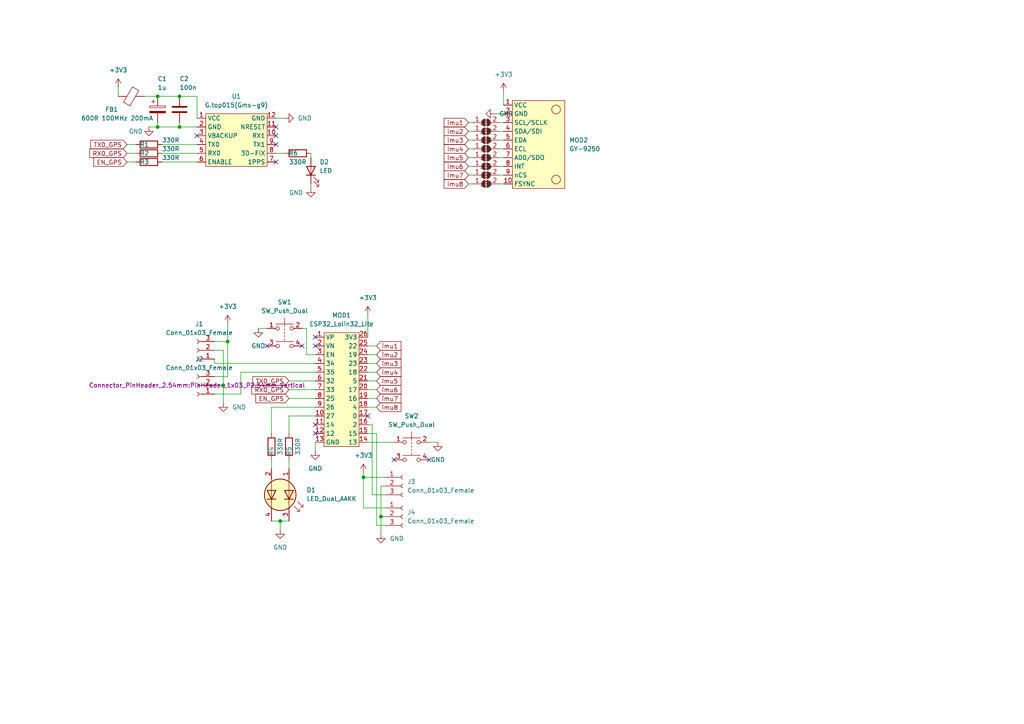
<source format=kicad_sch>
(kicad_sch (version 20230121) (generator eeschema)

  (uuid 9538e4ed-27e6-4c37-b989-9859dc0d49e8)

  (paper "A4")

  (lib_symbols
    (symbol "Connector:Conn_01x03_Female" (pin_names (offset 1.016) hide) (in_bom yes) (on_board yes)
      (property "Reference" "J" (at 0 5.08 0)
        (effects (font (size 1.27 1.27)))
      )
      (property "Value" "Conn_01x03_Female" (at 0 -5.08 0)
        (effects (font (size 1.27 1.27)))
      )
      (property "Footprint" "" (at 0 0 0)
        (effects (font (size 1.27 1.27)) hide)
      )
      (property "Datasheet" "~" (at 0 0 0)
        (effects (font (size 1.27 1.27)) hide)
      )
      (property "ki_keywords" "connector" (at 0 0 0)
        (effects (font (size 1.27 1.27)) hide)
      )
      (property "ki_description" "Generic connector, single row, 01x03, script generated (kicad-library-utils/schlib/autogen/connector/)" (at 0 0 0)
        (effects (font (size 1.27 1.27)) hide)
      )
      (property "ki_fp_filters" "Connector*:*_1x??_*" (at 0 0 0)
        (effects (font (size 1.27 1.27)) hide)
      )
      (symbol "Conn_01x03_Female_1_1"
        (arc (start 0 -2.032) (mid -0.5058 -2.54) (end 0 -3.048)
          (stroke (width 0.1524) (type default))
          (fill (type none))
        )
        (polyline
          (pts
            (xy -1.27 -2.54)
            (xy -0.508 -2.54)
          )
          (stroke (width 0.1524) (type default))
          (fill (type none))
        )
        (polyline
          (pts
            (xy -1.27 0)
            (xy -0.508 0)
          )
          (stroke (width 0.1524) (type default))
          (fill (type none))
        )
        (polyline
          (pts
            (xy -1.27 2.54)
            (xy -0.508 2.54)
          )
          (stroke (width 0.1524) (type default))
          (fill (type none))
        )
        (arc (start 0 0.508) (mid -0.5058 0) (end 0 -0.508)
          (stroke (width 0.1524) (type default))
          (fill (type none))
        )
        (arc (start 0 3.048) (mid -0.5058 2.54) (end 0 2.032)
          (stroke (width 0.1524) (type default))
          (fill (type none))
        )
        (pin passive line (at -5.08 2.54 0) (length 3.81)
          (name "Pin_1" (effects (font (size 1.27 1.27))))
          (number "1" (effects (font (size 1.27 1.27))))
        )
        (pin passive line (at -5.08 0 0) (length 3.81)
          (name "Pin_2" (effects (font (size 1.27 1.27))))
          (number "2" (effects (font (size 1.27 1.27))))
        )
        (pin passive line (at -5.08 -2.54 0) (length 3.81)
          (name "Pin_3" (effects (font (size 1.27 1.27))))
          (number "3" (effects (font (size 1.27 1.27))))
        )
      )
    )
    (symbol "Device:C" (pin_numbers hide) (pin_names (offset 0.254)) (in_bom yes) (on_board yes)
      (property "Reference" "C" (at 0.635 2.54 0)
        (effects (font (size 1.27 1.27)) (justify left))
      )
      (property "Value" "C" (at 0.635 -2.54 0)
        (effects (font (size 1.27 1.27)) (justify left))
      )
      (property "Footprint" "" (at 0.9652 -3.81 0)
        (effects (font (size 1.27 1.27)) hide)
      )
      (property "Datasheet" "~" (at 0 0 0)
        (effects (font (size 1.27 1.27)) hide)
      )
      (property "ki_keywords" "cap capacitor" (at 0 0 0)
        (effects (font (size 1.27 1.27)) hide)
      )
      (property "ki_description" "Unpolarized capacitor" (at 0 0 0)
        (effects (font (size 1.27 1.27)) hide)
      )
      (property "ki_fp_filters" "C_*" (at 0 0 0)
        (effects (font (size 1.27 1.27)) hide)
      )
      (symbol "C_0_1"
        (polyline
          (pts
            (xy -2.032 -0.762)
            (xy 2.032 -0.762)
          )
          (stroke (width 0.508) (type default))
          (fill (type none))
        )
        (polyline
          (pts
            (xy -2.032 0.762)
            (xy 2.032 0.762)
          )
          (stroke (width 0.508) (type default))
          (fill (type none))
        )
      )
      (symbol "C_1_1"
        (pin passive line (at 0 3.81 270) (length 2.794)
          (name "~" (effects (font (size 1.27 1.27))))
          (number "1" (effects (font (size 1.27 1.27))))
        )
        (pin passive line (at 0 -3.81 90) (length 2.794)
          (name "~" (effects (font (size 1.27 1.27))))
          (number "2" (effects (font (size 1.27 1.27))))
        )
      )
    )
    (symbol "Device:C_Polarized" (pin_numbers hide) (pin_names (offset 0.254)) (in_bom yes) (on_board yes)
      (property "Reference" "C" (at 0.635 2.54 0)
        (effects (font (size 1.27 1.27)) (justify left))
      )
      (property "Value" "C_Polarized" (at 0.635 -2.54 0)
        (effects (font (size 1.27 1.27)) (justify left))
      )
      (property "Footprint" "" (at 0.9652 -3.81 0)
        (effects (font (size 1.27 1.27)) hide)
      )
      (property "Datasheet" "~" (at 0 0 0)
        (effects (font (size 1.27 1.27)) hide)
      )
      (property "ki_keywords" "cap capacitor" (at 0 0 0)
        (effects (font (size 1.27 1.27)) hide)
      )
      (property "ki_description" "Polarized capacitor" (at 0 0 0)
        (effects (font (size 1.27 1.27)) hide)
      )
      (property "ki_fp_filters" "CP_*" (at 0 0 0)
        (effects (font (size 1.27 1.27)) hide)
      )
      (symbol "C_Polarized_0_1"
        (rectangle (start -2.286 0.508) (end 2.286 1.016)
          (stroke (width 0) (type default))
          (fill (type none))
        )
        (polyline
          (pts
            (xy -1.778 2.286)
            (xy -0.762 2.286)
          )
          (stroke (width 0) (type default))
          (fill (type none))
        )
        (polyline
          (pts
            (xy -1.27 2.794)
            (xy -1.27 1.778)
          )
          (stroke (width 0) (type default))
          (fill (type none))
        )
        (rectangle (start 2.286 -0.508) (end -2.286 -1.016)
          (stroke (width 0) (type default))
          (fill (type outline))
        )
      )
      (symbol "C_Polarized_1_1"
        (pin passive line (at 0 3.81 270) (length 2.794)
          (name "~" (effects (font (size 1.27 1.27))))
          (number "1" (effects (font (size 1.27 1.27))))
        )
        (pin passive line (at 0 -3.81 90) (length 2.794)
          (name "~" (effects (font (size 1.27 1.27))))
          (number "2" (effects (font (size 1.27 1.27))))
        )
      )
    )
    (symbol "Device:FerriteBead" (pin_numbers hide) (pin_names (offset 0)) (in_bom yes) (on_board yes)
      (property "Reference" "FB" (at -3.81 0.635 90)
        (effects (font (size 1.27 1.27)))
      )
      (property "Value" "FerriteBead" (at 3.81 0 90)
        (effects (font (size 1.27 1.27)))
      )
      (property "Footprint" "" (at -1.778 0 90)
        (effects (font (size 1.27 1.27)) hide)
      )
      (property "Datasheet" "~" (at 0 0 0)
        (effects (font (size 1.27 1.27)) hide)
      )
      (property "ki_keywords" "L ferrite bead inductor filter" (at 0 0 0)
        (effects (font (size 1.27 1.27)) hide)
      )
      (property "ki_description" "Ferrite bead" (at 0 0 0)
        (effects (font (size 1.27 1.27)) hide)
      )
      (property "ki_fp_filters" "Inductor_* L_* *Ferrite*" (at 0 0 0)
        (effects (font (size 1.27 1.27)) hide)
      )
      (symbol "FerriteBead_0_1"
        (polyline
          (pts
            (xy 0 -1.27)
            (xy 0 -1.2192)
          )
          (stroke (width 0) (type default))
          (fill (type none))
        )
        (polyline
          (pts
            (xy 0 1.27)
            (xy 0 1.2954)
          )
          (stroke (width 0) (type default))
          (fill (type none))
        )
        (polyline
          (pts
            (xy -2.7686 0.4064)
            (xy -1.7018 2.2606)
            (xy 2.7686 -0.3048)
            (xy 1.6764 -2.159)
            (xy -2.7686 0.4064)
          )
          (stroke (width 0) (type default))
          (fill (type none))
        )
      )
      (symbol "FerriteBead_1_1"
        (pin passive line (at 0 3.81 270) (length 2.54)
          (name "~" (effects (font (size 1.27 1.27))))
          (number "1" (effects (font (size 1.27 1.27))))
        )
        (pin passive line (at 0 -3.81 90) (length 2.54)
          (name "~" (effects (font (size 1.27 1.27))))
          (number "2" (effects (font (size 1.27 1.27))))
        )
      )
    )
    (symbol "Device:LED" (pin_numbers hide) (pin_names (offset 1.016) hide) (in_bom yes) (on_board yes)
      (property "Reference" "D" (at 0 2.54 0)
        (effects (font (size 1.27 1.27)))
      )
      (property "Value" "LED" (at 0 -2.54 0)
        (effects (font (size 1.27 1.27)))
      )
      (property "Footprint" "" (at 0 0 0)
        (effects (font (size 1.27 1.27)) hide)
      )
      (property "Datasheet" "~" (at 0 0 0)
        (effects (font (size 1.27 1.27)) hide)
      )
      (property "ki_keywords" "LED diode" (at 0 0 0)
        (effects (font (size 1.27 1.27)) hide)
      )
      (property "ki_description" "Light emitting diode" (at 0 0 0)
        (effects (font (size 1.27 1.27)) hide)
      )
      (property "ki_fp_filters" "LED* LED_SMD:* LED_THT:*" (at 0 0 0)
        (effects (font (size 1.27 1.27)) hide)
      )
      (symbol "LED_0_1"
        (polyline
          (pts
            (xy -1.27 -1.27)
            (xy -1.27 1.27)
          )
          (stroke (width 0.254) (type default))
          (fill (type none))
        )
        (polyline
          (pts
            (xy -1.27 0)
            (xy 1.27 0)
          )
          (stroke (width 0) (type default))
          (fill (type none))
        )
        (polyline
          (pts
            (xy 1.27 -1.27)
            (xy 1.27 1.27)
            (xy -1.27 0)
            (xy 1.27 -1.27)
          )
          (stroke (width 0.254) (type default))
          (fill (type none))
        )
        (polyline
          (pts
            (xy -3.048 -0.762)
            (xy -4.572 -2.286)
            (xy -3.81 -2.286)
            (xy -4.572 -2.286)
            (xy -4.572 -1.524)
          )
          (stroke (width 0) (type default))
          (fill (type none))
        )
        (polyline
          (pts
            (xy -1.778 -0.762)
            (xy -3.302 -2.286)
            (xy -2.54 -2.286)
            (xy -3.302 -2.286)
            (xy -3.302 -1.524)
          )
          (stroke (width 0) (type default))
          (fill (type none))
        )
      )
      (symbol "LED_1_1"
        (pin passive line (at -3.81 0 0) (length 2.54)
          (name "K" (effects (font (size 1.27 1.27))))
          (number "1" (effects (font (size 1.27 1.27))))
        )
        (pin passive line (at 3.81 0 180) (length 2.54)
          (name "A" (effects (font (size 1.27 1.27))))
          (number "2" (effects (font (size 1.27 1.27))))
        )
      )
    )
    (symbol "Device:LED_Dual_AAKK" (pin_names (offset 0) hide) (in_bom yes) (on_board yes)
      (property "Reference" "D" (at 0 5.715 0)
        (effects (font (size 1.27 1.27)))
      )
      (property "Value" "LED_Dual_AAKK" (at 0 -6.35 0)
        (effects (font (size 1.27 1.27)))
      )
      (property "Footprint" "" (at 0.762 0 0)
        (effects (font (size 1.27 1.27)) hide)
      )
      (property "Datasheet" "~" (at 0.762 0 0)
        (effects (font (size 1.27 1.27)) hide)
      )
      (property "ki_keywords" "LED diode bicolor dual" (at 0 0 0)
        (effects (font (size 1.27 1.27)) hide)
      )
      (property "ki_description" "Dual LED, cathodes on pins 3 and 4" (at 0 0 0)
        (effects (font (size 1.27 1.27)) hide)
      )
      (property "ki_fp_filters" "LED* LED_SMD:* LED_THT:*" (at 0 0 0)
        (effects (font (size 1.27 1.27)) hide)
      )
      (symbol "LED_Dual_AAKK_0_1"
        (polyline
          (pts
            (xy -5.08 -2.54)
            (xy 2.032 -2.54)
          )
          (stroke (width 0) (type default))
          (fill (type none))
        )
        (polyline
          (pts
            (xy -5.08 2.54)
            (xy 2.032 2.54)
          )
          (stroke (width 0) (type default))
          (fill (type none))
        )
        (polyline
          (pts
            (xy 1.27 -1.27)
            (xy 1.27 -3.81)
          )
          (stroke (width 0.254) (type default))
          (fill (type none))
        )
        (polyline
          (pts
            (xy 1.27 3.81)
            (xy 1.27 1.27)
          )
          (stroke (width 0.254) (type default))
          (fill (type none))
        )
        (polyline
          (pts
            (xy 3.81 -2.54)
            (xy 1.905 -2.54)
          )
          (stroke (width 0) (type default))
          (fill (type none))
        )
        (polyline
          (pts
            (xy 3.81 2.54)
            (xy 1.905 2.54)
          )
          (stroke (width 0) (type default))
          (fill (type none))
        )
        (polyline
          (pts
            (xy -1.27 -1.27)
            (xy -1.27 -3.81)
            (xy 1.27 -2.54)
            (xy -1.27 -1.27)
          )
          (stroke (width 0.254) (type default))
          (fill (type none))
        )
        (polyline
          (pts
            (xy -1.27 3.81)
            (xy -1.27 1.27)
            (xy 1.27 2.54)
            (xy -1.27 3.81)
          )
          (stroke (width 0.254) (type default))
          (fill (type none))
        )
        (polyline
          (pts
            (xy 2.032 5.08)
            (xy 3.556 6.604)
            (xy 2.794 6.604)
            (xy 3.556 6.604)
            (xy 3.556 5.842)
          )
          (stroke (width 0) (type default))
          (fill (type none))
        )
        (polyline
          (pts
            (xy 3.302 4.064)
            (xy 4.826 5.588)
            (xy 4.064 5.588)
            (xy 4.826 5.588)
            (xy 4.826 4.826)
          )
          (stroke (width 0) (type default))
          (fill (type none))
        )
        (circle (center 0 0) (radius 4.572)
          (stroke (width 0.254) (type default))
          (fill (type background))
        )
      )
      (symbol "LED_Dual_AAKK_1_1"
        (pin input line (at -7.62 2.54 0) (length 3.048)
          (name "A1" (effects (font (size 1.27 1.27))))
          (number "1" (effects (font (size 1.27 1.27))))
        )
        (pin input line (at -7.62 -2.54 0) (length 3.048)
          (name "A2" (effects (font (size 1.27 1.27))))
          (number "2" (effects (font (size 1.27 1.27))))
        )
        (pin input line (at 7.62 2.54 180) (length 3.81)
          (name "K1" (effects (font (size 1.27 1.27))))
          (number "3" (effects (font (size 1.27 1.27))))
        )
        (pin input line (at 7.62 -2.54 180) (length 3.81)
          (name "K2" (effects (font (size 1.27 1.27))))
          (number "4" (effects (font (size 1.27 1.27))))
        )
      )
    )
    (symbol "Device:R" (pin_numbers hide) (pin_names (offset 0)) (in_bom yes) (on_board yes)
      (property "Reference" "R" (at 2.032 0 90)
        (effects (font (size 1.27 1.27)))
      )
      (property "Value" "R" (at 0 0 90)
        (effects (font (size 1.27 1.27)))
      )
      (property "Footprint" "" (at -1.778 0 90)
        (effects (font (size 1.27 1.27)) hide)
      )
      (property "Datasheet" "~" (at 0 0 0)
        (effects (font (size 1.27 1.27)) hide)
      )
      (property "ki_keywords" "R res resistor" (at 0 0 0)
        (effects (font (size 1.27 1.27)) hide)
      )
      (property "ki_description" "Resistor" (at 0 0 0)
        (effects (font (size 1.27 1.27)) hide)
      )
      (property "ki_fp_filters" "R_*" (at 0 0 0)
        (effects (font (size 1.27 1.27)) hide)
      )
      (symbol "R_0_1"
        (rectangle (start -1.016 -2.54) (end 1.016 2.54)
          (stroke (width 0.254) (type default))
          (fill (type none))
        )
      )
      (symbol "R_1_1"
        (pin passive line (at 0 3.81 270) (length 1.27)
          (name "~" (effects (font (size 1.27 1.27))))
          (number "1" (effects (font (size 1.27 1.27))))
        )
        (pin passive line (at 0 -3.81 90) (length 1.27)
          (name "~" (effects (font (size 1.27 1.27))))
          (number "2" (effects (font (size 1.27 1.27))))
        )
      )
    )
    (symbol "Jumper:SolderJumper_2_Open" (pin_names (offset 0) hide) (in_bom yes) (on_board yes)
      (property "Reference" "JP" (at 0 2.032 0)
        (effects (font (size 1.27 1.27)))
      )
      (property "Value" "SolderJumper_2_Open" (at 0 -2.54 0)
        (effects (font (size 1.27 1.27)))
      )
      (property "Footprint" "" (at 0 0 0)
        (effects (font (size 1.27 1.27)) hide)
      )
      (property "Datasheet" "~" (at 0 0 0)
        (effects (font (size 1.27 1.27)) hide)
      )
      (property "ki_keywords" "solder jumper SPST" (at 0 0 0)
        (effects (font (size 1.27 1.27)) hide)
      )
      (property "ki_description" "Solder Jumper, 2-pole, open" (at 0 0 0)
        (effects (font (size 1.27 1.27)) hide)
      )
      (property "ki_fp_filters" "SolderJumper*Open*" (at 0 0 0)
        (effects (font (size 1.27 1.27)) hide)
      )
      (symbol "SolderJumper_2_Open_0_1"
        (arc (start -0.254 1.016) (mid -1.2656 0) (end -0.254 -1.016)
          (stroke (width 0) (type default))
          (fill (type none))
        )
        (arc (start -0.254 1.016) (mid -1.2656 0) (end -0.254 -1.016)
          (stroke (width 0) (type default))
          (fill (type outline))
        )
        (polyline
          (pts
            (xy -0.254 1.016)
            (xy -0.254 -1.016)
          )
          (stroke (width 0) (type default))
          (fill (type none))
        )
        (polyline
          (pts
            (xy 0.254 1.016)
            (xy 0.254 -1.016)
          )
          (stroke (width 0) (type default))
          (fill (type none))
        )
        (arc (start 0.254 -1.016) (mid 1.2656 0) (end 0.254 1.016)
          (stroke (width 0) (type default))
          (fill (type none))
        )
        (arc (start 0.254 -1.016) (mid 1.2656 0) (end 0.254 1.016)
          (stroke (width 0) (type default))
          (fill (type outline))
        )
      )
      (symbol "SolderJumper_2_Open_1_1"
        (pin passive line (at -3.81 0 0) (length 2.54)
          (name "A" (effects (font (size 1.27 1.27))))
          (number "1" (effects (font (size 1.27 1.27))))
        )
        (pin passive line (at 3.81 0 180) (length 2.54)
          (name "B" (effects (font (size 1.27 1.27))))
          (number "2" (effects (font (size 1.27 1.27))))
        )
      )
    )
    (symbol "Switch:SW_Push_Dual" (pin_names (offset 1.016) hide) (in_bom yes) (on_board yes)
      (property "Reference" "SW" (at 1.27 2.54 0)
        (effects (font (size 1.27 1.27)) (justify left))
      )
      (property "Value" "SW_Push_Dual" (at 0 -6.858 0)
        (effects (font (size 1.27 1.27)))
      )
      (property "Footprint" "" (at 0 5.08 0)
        (effects (font (size 1.27 1.27)) hide)
      )
      (property "Datasheet" "~" (at 0 5.08 0)
        (effects (font (size 1.27 1.27)) hide)
      )
      (property "ki_keywords" "switch normally-open pushbutton push-button" (at 0 0 0)
        (effects (font (size 1.27 1.27)) hide)
      )
      (property "ki_description" "Push button switch, generic, symbol, four pins" (at 0 0 0)
        (effects (font (size 1.27 1.27)) hide)
      )
      (symbol "SW_Push_Dual_0_1"
        (circle (center -2.032 -5.08) (radius 0.508)
          (stroke (width 0) (type default))
          (fill (type none))
        )
        (circle (center -2.032 0) (radius 0.508)
          (stroke (width 0) (type default))
          (fill (type none))
        )
        (polyline
          (pts
            (xy 0 -3.048)
            (xy 0 -3.556)
          )
          (stroke (width 0) (type default))
          (fill (type none))
        )
        (polyline
          (pts
            (xy 0 -2.032)
            (xy 0 -2.54)
          )
          (stroke (width 0) (type default))
          (fill (type none))
        )
        (polyline
          (pts
            (xy 0 -1.524)
            (xy 0 -1.016)
          )
          (stroke (width 0) (type default))
          (fill (type none))
        )
        (polyline
          (pts
            (xy 0 -0.508)
            (xy 0 0)
          )
          (stroke (width 0) (type default))
          (fill (type none))
        )
        (polyline
          (pts
            (xy 0 0.508)
            (xy 0 1.016)
          )
          (stroke (width 0) (type default))
          (fill (type none))
        )
        (polyline
          (pts
            (xy 0 1.27)
            (xy 0 3.048)
          )
          (stroke (width 0) (type default))
          (fill (type none))
        )
        (polyline
          (pts
            (xy 2.54 -3.81)
            (xy -2.54 -3.81)
          )
          (stroke (width 0) (type default))
          (fill (type none))
        )
        (polyline
          (pts
            (xy 2.54 1.27)
            (xy -2.54 1.27)
          )
          (stroke (width 0) (type default))
          (fill (type none))
        )
        (circle (center 2.032 -5.08) (radius 0.508)
          (stroke (width 0) (type default))
          (fill (type none))
        )
        (circle (center 2.032 0) (radius 0.508)
          (stroke (width 0) (type default))
          (fill (type none))
        )
        (pin passive line (at -5.08 0 0) (length 2.54)
          (name "1" (effects (font (size 1.27 1.27))))
          (number "1" (effects (font (size 1.27 1.27))))
        )
        (pin passive line (at 5.08 0 180) (length 2.54)
          (name "2" (effects (font (size 1.27 1.27))))
          (number "2" (effects (font (size 1.27 1.27))))
        )
        (pin passive line (at -5.08 -5.08 0) (length 2.54)
          (name "3" (effects (font (size 1.27 1.27))))
          (number "3" (effects (font (size 1.27 1.27))))
        )
        (pin passive line (at 5.08 -5.08 180) (length 2.54)
          (name "4" (effects (font (size 1.27 1.27))))
          (number "4" (effects (font (size 1.27 1.27))))
        )
      )
    )
    (symbol "Zombie_lib:ESP32_Lolin32_Lite" (in_bom yes) (on_board yes)
      (property "Reference" "MOD" (at 0 19.05 0)
        (effects (font (size 1.27 1.27)))
      )
      (property "Value" "ESP32_Lolin32_Lite" (at 0 16.51 0)
        (effects (font (size 1.27 1.27)))
      )
      (property "Footprint" "" (at 0 12.7 0)
        (effects (font (size 1.27 1.27)) hide)
      )
      (property "Datasheet" "" (at 0 12.7 0)
        (effects (font (size 1.27 1.27)) hide)
      )
      (symbol "ESP32_Lolin32_Lite_0_1"
        (rectangle (start -5.08 13.97) (end 5.08 -19.05)
          (stroke (width 0) (type default))
          (fill (type background))
        )
      )
      (symbol "ESP32_Lolin32_Lite_1_1"
        (pin input line (at -7.62 12.7 0) (length 2.54)
          (name "VP" (effects (font (size 1.27 1.27))))
          (number "1" (effects (font (size 1.27 1.27))))
        )
        (pin bidirectional line (at -7.62 -10.16 0) (length 2.54)
          (name "27" (effects (font (size 1.27 1.27))))
          (number "10" (effects (font (size 1.27 1.27))))
        )
        (pin bidirectional line (at -7.62 -12.7 0) (length 2.54)
          (name "14" (effects (font (size 1.27 1.27))))
          (number "11" (effects (font (size 1.27 1.27))))
        )
        (pin bidirectional line (at -7.62 -15.24 0) (length 2.54)
          (name "12" (effects (font (size 1.27 1.27))))
          (number "12" (effects (font (size 1.27 1.27))))
        )
        (pin power_in line (at -7.62 -17.78 0) (length 2.54)
          (name "GND" (effects (font (size 1.27 1.27))))
          (number "13" (effects (font (size 1.27 1.27))))
        )
        (pin bidirectional line (at 7.62 -17.78 180) (length 2.54)
          (name "13" (effects (font (size 1.27 1.27))))
          (number "14" (effects (font (size 1.27 1.27))))
        )
        (pin bidirectional line (at 7.62 -15.24 180) (length 2.54)
          (name "15" (effects (font (size 1.27 1.27))))
          (number "15" (effects (font (size 1.27 1.27))))
        )
        (pin bidirectional line (at 7.62 -12.7 180) (length 2.54)
          (name "2" (effects (font (size 1.27 1.27))))
          (number "16" (effects (font (size 1.27 1.27))))
        )
        (pin bidirectional line (at 7.62 -10.16 180) (length 2.54)
          (name "0" (effects (font (size 1.27 1.27))))
          (number "17" (effects (font (size 1.27 1.27))))
        )
        (pin bidirectional line (at 7.62 -7.62 180) (length 2.54)
          (name "4" (effects (font (size 1.27 1.27))))
          (number "18" (effects (font (size 1.27 1.27))))
        )
        (pin bidirectional line (at 7.62 -5.08 180) (length 2.54)
          (name "16" (effects (font (size 1.27 1.27))))
          (number "19" (effects (font (size 1.27 1.27))))
        )
        (pin input line (at -7.62 10.16 0) (length 2.54)
          (name "VN" (effects (font (size 1.27 1.27))))
          (number "2" (effects (font (size 1.27 1.27))))
        )
        (pin bidirectional line (at 7.62 -2.54 180) (length 2.54)
          (name "17" (effects (font (size 1.27 1.27))))
          (number "20" (effects (font (size 1.27 1.27))))
        )
        (pin bidirectional line (at 7.62 0 180) (length 2.54)
          (name "5" (effects (font (size 1.27 1.27))))
          (number "21" (effects (font (size 1.27 1.27))))
        )
        (pin bidirectional line (at 7.62 2.54 180) (length 2.54)
          (name "18" (effects (font (size 1.27 1.27))))
          (number "22" (effects (font (size 1.27 1.27))))
        )
        (pin bidirectional line (at 7.62 5.08 180) (length 2.54)
          (name "23" (effects (font (size 1.27 1.27))))
          (number "23" (effects (font (size 1.27 1.27))))
        )
        (pin bidirectional line (at 7.62 7.62 180) (length 2.54)
          (name "19" (effects (font (size 1.27 1.27))))
          (number "24" (effects (font (size 1.27 1.27))))
        )
        (pin bidirectional line (at 7.62 10.16 180) (length 2.54)
          (name "22" (effects (font (size 1.27 1.27))))
          (number "25" (effects (font (size 1.27 1.27))))
        )
        (pin power_in line (at 7.62 12.7 180) (length 2.54)
          (name "3V3" (effects (font (size 1.27 1.27))))
          (number "26" (effects (font (size 1.27 1.27))))
        )
        (pin input line (at -7.62 7.62 0) (length 2.54)
          (name "EN" (effects (font (size 1.27 1.27))))
          (number "3" (effects (font (size 1.27 1.27))))
        )
        (pin input line (at -7.62 5.08 0) (length 2.54)
          (name "34" (effects (font (size 1.27 1.27))))
          (number "4" (effects (font (size 1.27 1.27))))
        )
        (pin input line (at -7.62 2.54 0) (length 2.54)
          (name "35" (effects (font (size 1.27 1.27))))
          (number "5" (effects (font (size 1.27 1.27))))
        )
        (pin bidirectional line (at -7.62 0 0) (length 2.54)
          (name "32" (effects (font (size 1.27 1.27))))
          (number "6" (effects (font (size 1.27 1.27))))
        )
        (pin bidirectional line (at -7.62 -2.54 0) (length 2.54)
          (name "33" (effects (font (size 1.27 1.27))))
          (number "7" (effects (font (size 1.27 1.27))))
        )
        (pin bidirectional line (at -7.62 -5.08 0) (length 2.54)
          (name "25" (effects (font (size 1.27 1.27))))
          (number "8" (effects (font (size 1.27 1.27))))
        )
        (pin bidirectional line (at -7.62 -7.62 0) (length 2.54)
          (name "26" (effects (font (size 1.27 1.27))))
          (number "9" (effects (font (size 1.27 1.27))))
        )
      )
    )
    (symbol "Zombie_lib:G.top015(Gms-g9)" (in_bom yes) (on_board yes)
      (property "Reference" "U" (at 0 13.97 0)
        (effects (font (size 1.27 1.27)))
      )
      (property "Value" "G.top015(Gms-g9)" (at 0 11.43 0)
        (effects (font (size 1.27 1.27)))
      )
      (property "Footprint" "" (at -3.81 7.62 0)
        (effects (font (size 1.27 1.27)) hide)
      )
      (property "Datasheet" "" (at -3.81 7.62 0)
        (effects (font (size 1.27 1.27)) hide)
      )
      (symbol "G.top015(Gms-g9)_0_1"
        (rectangle (start -8.89 8.89) (end 8.89 -6.35)
          (stroke (width 0) (type default))
          (fill (type background))
        )
      )
      (symbol "G.top015(Gms-g9)_1_1"
        (pin power_in line (at -11.43 7.62 0) (length 2.54)
          (name "VCC" (effects (font (size 1.27 1.27))))
          (number "1" (effects (font (size 1.27 1.27))))
        )
        (pin input line (at 11.43 2.54 180) (length 2.54)
          (name "RX1" (effects (font (size 1.27 1.27))))
          (number "10" (effects (font (size 1.27 1.27))))
        )
        (pin input line (at 11.43 5.08 180) (length 2.54)
          (name "NRESET" (effects (font (size 1.27 1.27))))
          (number "11" (effects (font (size 1.27 1.27))))
        )
        (pin power_in line (at 11.43 7.62 180) (length 2.54)
          (name "GND" (effects (font (size 1.27 1.27))))
          (number "12" (effects (font (size 1.27 1.27))))
        )
        (pin power_in line (at -11.43 5.08 0) (length 2.54)
          (name "GND" (effects (font (size 1.27 1.27))))
          (number "2" (effects (font (size 1.27 1.27))))
        )
        (pin power_in line (at -11.43 2.54 0) (length 2.54)
          (name "VBACKUP" (effects (font (size 1.27 1.27))))
          (number "3" (effects (font (size 1.27 1.27))))
        )
        (pin output line (at -11.43 0 0) (length 2.54)
          (name "TX0" (effects (font (size 1.27 1.27))))
          (number "4" (effects (font (size 1.27 1.27))))
        )
        (pin input line (at -11.43 -2.54 0) (length 2.54)
          (name "RX0" (effects (font (size 1.27 1.27))))
          (number "5" (effects (font (size 1.27 1.27))))
        )
        (pin input line (at -11.43 -5.08 0) (length 2.54)
          (name "ENABLE" (effects (font (size 1.27 1.27))))
          (number "6" (effects (font (size 1.27 1.27))))
        )
        (pin output line (at 11.43 -5.08 180) (length 2.54)
          (name "1PPS" (effects (font (size 1.27 1.27))))
          (number "7" (effects (font (size 1.27 1.27))))
        )
        (pin output line (at 11.43 -2.54 180) (length 2.54)
          (name "3D-FIX" (effects (font (size 1.27 1.27))))
          (number "8" (effects (font (size 1.27 1.27))))
        )
        (pin output line (at 11.43 0 180) (length 2.54)
          (name "TX1" (effects (font (size 1.27 1.27))))
          (number "9" (effects (font (size 1.27 1.27))))
        )
      )
    )
    (symbol "Zombie_lib:GY-9250" (in_bom yes) (on_board yes)
      (property "Reference" "MOD" (at 0 16.51 0)
        (effects (font (size 1.27 1.27)))
      )
      (property "Value" "GY-9250" (at 0 13.97 0)
        (effects (font (size 1.27 1.27)))
      )
      (property "Footprint" "" (at 0 6.35 0)
        (effects (font (size 1.27 1.27)) hide)
      )
      (property "Datasheet" "" (at 0 6.35 0)
        (effects (font (size 1.27 1.27)) hide)
      )
      (symbol "GY-9250_0_1"
        (rectangle (start -7.62 12.7) (end 7.62 -12.7)
          (stroke (width 0) (type default))
          (fill (type background))
        )
        (circle (center 5.08 -10.16) (radius 1.27)
          (stroke (width 0) (type default))
          (fill (type none))
        )
        (circle (center 5.08 10.16) (radius 1.27)
          (stroke (width 0) (type default))
          (fill (type none))
        )
      )
      (symbol "GY-9250_1_1"
        (pin power_in line (at -10.16 11.43 0) (length 2.54)
          (name "VCC" (effects (font (size 1.27 1.27))))
          (number "1" (effects (font (size 1.27 1.27))))
        )
        (pin input line (at -10.16 -11.43 0) (length 2.54)
          (name "FSYNC" (effects (font (size 1.27 1.27))))
          (number "10" (effects (font (size 1.27 1.27))))
        )
        (pin power_in line (at -10.16 8.89 0) (length 2.54)
          (name "GND" (effects (font (size 1.27 1.27))))
          (number "2" (effects (font (size 1.27 1.27))))
        )
        (pin input line (at -10.16 6.35 0) (length 2.54)
          (name "SCL/SCLK" (effects (font (size 1.27 1.27))))
          (number "3" (effects (font (size 1.27 1.27))))
        )
        (pin bidirectional line (at -10.16 3.81 0) (length 2.54)
          (name "SDA/SDI" (effects (font (size 1.27 1.27))))
          (number "4" (effects (font (size 1.27 1.27))))
        )
        (pin bidirectional line (at -10.16 1.27 0) (length 2.54)
          (name "EDA" (effects (font (size 1.27 1.27))))
          (number "5" (effects (font (size 1.27 1.27))))
        )
        (pin input line (at -10.16 -1.27 0) (length 2.54)
          (name "ECL" (effects (font (size 1.27 1.27))))
          (number "6" (effects (font (size 1.27 1.27))))
        )
        (pin bidirectional line (at -10.16 -3.81 0) (length 2.54)
          (name "AD0/SDO" (effects (font (size 1.27 1.27))))
          (number "7" (effects (font (size 1.27 1.27))))
        )
        (pin output line (at -10.16 -6.35 0) (length 2.54)
          (name "INT" (effects (font (size 1.27 1.27))))
          (number "8" (effects (font (size 1.27 1.27))))
        )
        (pin input line (at -10.16 -8.89 0) (length 2.54)
          (name "nCS" (effects (font (size 1.27 1.27))))
          (number "9" (effects (font (size 1.27 1.27))))
        )
      )
    )
    (symbol "power:+3V3" (power) (pin_names (offset 0)) (in_bom yes) (on_board yes)
      (property "Reference" "#PWR" (at 0 -3.81 0)
        (effects (font (size 1.27 1.27)) hide)
      )
      (property "Value" "+3V3" (at 0 3.556 0)
        (effects (font (size 1.27 1.27)))
      )
      (property "Footprint" "" (at 0 0 0)
        (effects (font (size 1.27 1.27)) hide)
      )
      (property "Datasheet" "" (at 0 0 0)
        (effects (font (size 1.27 1.27)) hide)
      )
      (property "ki_keywords" "power-flag" (at 0 0 0)
        (effects (font (size 1.27 1.27)) hide)
      )
      (property "ki_description" "Power symbol creates a global label with name \"+3V3\"" (at 0 0 0)
        (effects (font (size 1.27 1.27)) hide)
      )
      (symbol "+3V3_0_1"
        (polyline
          (pts
            (xy -0.762 1.27)
            (xy 0 2.54)
          )
          (stroke (width 0) (type default))
          (fill (type none))
        )
        (polyline
          (pts
            (xy 0 0)
            (xy 0 2.54)
          )
          (stroke (width 0) (type default))
          (fill (type none))
        )
        (polyline
          (pts
            (xy 0 2.54)
            (xy 0.762 1.27)
          )
          (stroke (width 0) (type default))
          (fill (type none))
        )
      )
      (symbol "+3V3_1_1"
        (pin power_in line (at 0 0 90) (length 0) hide
          (name "+3V3" (effects (font (size 1.27 1.27))))
          (number "1" (effects (font (size 1.27 1.27))))
        )
      )
    )
    (symbol "power:GND" (power) (pin_names (offset 0)) (in_bom yes) (on_board yes)
      (property "Reference" "#PWR" (at 0 -6.35 0)
        (effects (font (size 1.27 1.27)) hide)
      )
      (property "Value" "GND" (at 0 -3.81 0)
        (effects (font (size 1.27 1.27)))
      )
      (property "Footprint" "" (at 0 0 0)
        (effects (font (size 1.27 1.27)) hide)
      )
      (property "Datasheet" "" (at 0 0 0)
        (effects (font (size 1.27 1.27)) hide)
      )
      (property "ki_keywords" "power-flag" (at 0 0 0)
        (effects (font (size 1.27 1.27)) hide)
      )
      (property "ki_description" "Power symbol creates a global label with name \"GND\" , ground" (at 0 0 0)
        (effects (font (size 1.27 1.27)) hide)
      )
      (symbol "GND_0_1"
        (polyline
          (pts
            (xy 0 0)
            (xy 0 -1.27)
            (xy 1.27 -1.27)
            (xy 0 -2.54)
            (xy -1.27 -1.27)
            (xy 0 -1.27)
          )
          (stroke (width 0) (type default))
          (fill (type none))
        )
      )
      (symbol "GND_1_1"
        (pin power_in line (at 0 0 270) (length 0) hide
          (name "GND" (effects (font (size 1.27 1.27))))
          (number "1" (effects (font (size 1.27 1.27))))
        )
      )
    )
  )

  (junction (at 110.49 149.86) (diameter 0) (color 0 0 0 0)
    (uuid 39e40ee0-b99b-4f36-ae96-3584813e620f)
  )
  (junction (at 52.07 27.94) (diameter 0) (color 0 0 0 0)
    (uuid 586fe673-bf9a-4398-9b96-9f09f71ec663)
  )
  (junction (at 64.77 111.76) (diameter 0) (color 0 0 0 0)
    (uuid 5a726fdb-fe87-413b-8f45-09c241e932ed)
  )
  (junction (at 81.28 151.13) (diameter 0) (color 0 0 0 0)
    (uuid 6793be8a-77e0-48d9-90d4-ec5b1bfa66cd)
  )
  (junction (at 45.72 27.94) (diameter 0) (color 0 0 0 0)
    (uuid 6bed0af8-c67f-4329-a97d-093ab9baf7f7)
  )
  (junction (at 105.41 138.43) (diameter 0) (color 0 0 0 0)
    (uuid 7ed10691-c634-4d73-a3a8-7b302c18e1a7)
  )
  (junction (at 45.72 36.83) (diameter 0) (color 0 0 0 0)
    (uuid 7f3803af-5b74-49e2-a066-12404c744aff)
  )
  (junction (at 52.07 36.83) (diameter 0) (color 0 0 0 0)
    (uuid da04227a-660c-43f7-b61d-1624ce99742b)
  )
  (junction (at 66.04 99.06) (diameter 0) (color 0 0 0 0)
    (uuid e72c28e7-e2ec-44e7-99ee-b3ddebf26893)
  )

  (no_connect (at 91.44 123.19) (uuid 479c7678-f4ec-4e00-a8b3-969a84d4c31c))
  (no_connect (at 91.44 125.73) (uuid 479c7678-f4ec-4e00-a8b3-969a84d4c31d))
  (no_connect (at 91.44 97.79) (uuid 479c7678-f4ec-4e00-a8b3-969a84d4c31e))
  (no_connect (at 91.44 100.33) (uuid 479c7678-f4ec-4e00-a8b3-969a84d4c31f))
  (no_connect (at 57.15 39.37) (uuid 8efea3c0-7a08-456f-8a0c-ce21a5c64271))
  (no_connect (at 87.63 100.33) (uuid acd23b79-317c-4d2e-90fe-1c7f88c75ef5))
  (no_connect (at 77.47 100.33) (uuid acd23b79-317c-4d2e-90fe-1c7f88c75ef6))
  (no_connect (at 80.01 46.99) (uuid b0a1d2a8-fb2a-419b-ad9d-8747e8b0130e))
  (no_connect (at 80.01 41.91) (uuid b0a1d2a8-fb2a-419b-ad9d-8747e8b01310))
  (no_connect (at 80.01 39.37) (uuid b0a1d2a8-fb2a-419b-ad9d-8747e8b01311))
  (no_connect (at 80.01 36.83) (uuid b0a1d2a8-fb2a-419b-ad9d-8747e8b01312))
  (no_connect (at 124.46 133.35) (uuid deac39d7-3f40-4680-b159-527674b0376f))
  (no_connect (at 114.3 133.35) (uuid deac39d7-3f40-4680-b159-527674b03770))
  (no_connect (at 106.68 120.65) (uuid e6633512-fe92-43f6-9a06-8b89112bf8ae))

  (wire (pts (xy 106.68 102.87) (xy 109.22 102.87))
    (stroke (width 0) (type default))
    (uuid 0370af77-8489-405b-9309-f567b74c7fb0)
  )
  (wire (pts (xy 144.78 40.64) (xy 146.05 40.64))
    (stroke (width 0) (type default))
    (uuid 09ce35e5-2ea3-44ab-89e3-7511bd3bfd03)
  )
  (wire (pts (xy 110.49 149.86) (xy 111.76 149.86))
    (stroke (width 0) (type default))
    (uuid 09f7129b-03a6-4f93-b455-c671a4dcdd68)
  )
  (wire (pts (xy 88.9 102.87) (xy 88.9 95.25))
    (stroke (width 0) (type default))
    (uuid 0b335281-e8f2-45cd-851b-f741c13c6dff)
  )
  (wire (pts (xy 62.23 114.3) (xy 69.85 114.3))
    (stroke (width 0) (type default))
    (uuid 0de65b83-5f9e-4b44-a5af-739de5d00121)
  )
  (wire (pts (xy 135.89 53.34) (xy 137.16 53.34))
    (stroke (width 0) (type default))
    (uuid 1a09e50a-f1f9-4158-8b6e-8b96faa6690e)
  )
  (wire (pts (xy 45.72 36.83) (xy 52.07 36.83))
    (stroke (width 0) (type default))
    (uuid 1ab9d03d-2264-42b6-8b5a-4e15f898e801)
  )
  (wire (pts (xy 46.99 44.45) (xy 57.15 44.45))
    (stroke (width 0) (type default))
    (uuid 1b782938-8ea2-47d1-bc8a-b5d03f66e3ac)
  )
  (wire (pts (xy 106.68 100.33) (xy 109.22 100.33))
    (stroke (width 0) (type default))
    (uuid 1f17e0e0-9894-4c0d-9cbd-f91de3cd1e73)
  )
  (wire (pts (xy 144.78 53.34) (xy 146.05 53.34))
    (stroke (width 0) (type default))
    (uuid 21bb2950-9e9f-4793-9e96-85c4f992c79e)
  )
  (wire (pts (xy 52.07 35.56) (xy 52.07 36.83))
    (stroke (width 0) (type default))
    (uuid 2389056a-610d-4a48-a162-5dbaba4bc862)
  )
  (wire (pts (xy 146.05 26.67) (xy 146.05 30.48))
    (stroke (width 0) (type default))
    (uuid 2421d302-b68f-4145-ae6b-e3cf2ac01e7c)
  )
  (wire (pts (xy 111.76 138.43) (xy 105.41 138.43))
    (stroke (width 0) (type default))
    (uuid 24312118-1f05-4cf6-add1-0172e6cf3b28)
  )
  (wire (pts (xy 107.95 143.51) (xy 107.95 123.19))
    (stroke (width 0) (type default))
    (uuid 24cad629-4829-4620-8e95-bc6af075b1e7)
  )
  (wire (pts (xy 135.89 40.64) (xy 137.16 40.64))
    (stroke (width 0) (type default))
    (uuid 24fd59e9-3c84-4d14-9e9a-cc473033ca25)
  )
  (wire (pts (xy 106.68 113.03) (xy 109.22 113.03))
    (stroke (width 0) (type default))
    (uuid 2cb58a70-9373-4257-b5d4-54892271eb69)
  )
  (wire (pts (xy 46.99 46.99) (xy 57.15 46.99))
    (stroke (width 0) (type default))
    (uuid 2d9e23ef-c943-43c9-a218-fa5e6b7cfa2b)
  )
  (wire (pts (xy 62.23 105.41) (xy 62.23 104.14))
    (stroke (width 0) (type default))
    (uuid 315df22d-e57e-46aa-8e84-caa27c0e2f5e)
  )
  (wire (pts (xy 62.23 101.6) (xy 64.77 101.6))
    (stroke (width 0) (type default))
    (uuid 327f59d1-5aed-470e-a909-783d1467ce0f)
  )
  (wire (pts (xy 144.78 48.26) (xy 146.05 48.26))
    (stroke (width 0) (type default))
    (uuid 373366d7-5438-4ccf-a4db-7de38ce6a4ce)
  )
  (wire (pts (xy 106.68 115.57) (xy 109.22 115.57))
    (stroke (width 0) (type default))
    (uuid 39bf1a74-05a2-47c9-82c5-6add9c116e12)
  )
  (wire (pts (xy 83.82 115.57) (xy 91.44 115.57))
    (stroke (width 0) (type default))
    (uuid 3b8bd78d-8fbf-4cb3-8d73-4330d6487c00)
  )
  (wire (pts (xy 64.77 101.6) (xy 64.77 111.76))
    (stroke (width 0) (type default))
    (uuid 3c19af93-d2e1-4625-875d-b59b33b2ac86)
  )
  (wire (pts (xy 111.76 140.97) (xy 110.49 140.97))
    (stroke (width 0) (type default))
    (uuid 3c29c23d-7973-4495-979b-91f1f6b28048)
  )
  (wire (pts (xy 88.9 95.25) (xy 87.63 95.25))
    (stroke (width 0) (type default))
    (uuid 3f628cb8-f008-45f2-8699-9bb726c51da3)
  )
  (wire (pts (xy 66.04 109.22) (xy 66.04 99.06))
    (stroke (width 0) (type default))
    (uuid 4235eadb-0ce3-4738-b58c-0ba90ad55036)
  )
  (wire (pts (xy 83.82 133.35) (xy 83.82 135.89))
    (stroke (width 0) (type default))
    (uuid 4879f114-fef8-4aec-aac4-ef8045ebd464)
  )
  (wire (pts (xy 106.68 110.49) (xy 109.22 110.49))
    (stroke (width 0) (type default))
    (uuid 49e443b8-722f-4c63-958c-a961ffab6969)
  )
  (wire (pts (xy 90.17 44.45) (xy 90.17 45.72))
    (stroke (width 0) (type default))
    (uuid 4e7301d4-48e0-4a1c-80a3-8a6f83ec71d9)
  )
  (wire (pts (xy 135.89 35.56) (xy 137.16 35.56))
    (stroke (width 0) (type default))
    (uuid 5013ddcc-e298-4619-8012-3f928c41a116)
  )
  (wire (pts (xy 144.78 43.18) (xy 146.05 43.18))
    (stroke (width 0) (type default))
    (uuid 5112dc1e-0e4c-4ce7-bfff-7f3431962f4c)
  )
  (wire (pts (xy 124.46 128.27) (xy 127 128.27))
    (stroke (width 0) (type default))
    (uuid 53ae2557-3df0-4bc4-a3ea-2f3fac9846c7)
  )
  (wire (pts (xy 91.44 128.27) (xy 91.44 130.81))
    (stroke (width 0) (type default))
    (uuid 562b6475-6e44-4405-8407-8007d5b2c296)
  )
  (wire (pts (xy 78.74 118.11) (xy 78.74 125.73))
    (stroke (width 0) (type default))
    (uuid 582f0634-3c88-4104-9654-5ff9539ced9c)
  )
  (wire (pts (xy 62.23 111.76) (xy 64.77 111.76))
    (stroke (width 0) (type default))
    (uuid 58f42500-ecd5-43db-8fbb-5d1e5c65067d)
  )
  (wire (pts (xy 111.76 152.4) (xy 109.22 152.4))
    (stroke (width 0) (type default))
    (uuid 5a4f0bd9-6517-494b-a4cf-0f211e476f1b)
  )
  (wire (pts (xy 41.91 27.94) (xy 45.72 27.94))
    (stroke (width 0) (type default))
    (uuid 5c4b758a-6655-48a0-964e-64005f362feb)
  )
  (wire (pts (xy 36.83 41.91) (xy 39.37 41.91))
    (stroke (width 0) (type default))
    (uuid 648d6ee3-3b66-4829-a282-79dfc7e9070f)
  )
  (wire (pts (xy 135.89 43.18) (xy 137.16 43.18))
    (stroke (width 0) (type default))
    (uuid 659371b0-e669-41d0-8c29-29ee8b4a2d7a)
  )
  (wire (pts (xy 80.01 44.45) (xy 82.55 44.45))
    (stroke (width 0) (type default))
    (uuid 669549e3-1d61-4248-a4bd-4bff77d24842)
  )
  (wire (pts (xy 106.68 105.41) (xy 109.22 105.41))
    (stroke (width 0) (type default))
    (uuid 6926b69f-4d05-4ab2-9b7d-76180789ced6)
  )
  (wire (pts (xy 45.72 27.94) (xy 52.07 27.94))
    (stroke (width 0) (type default))
    (uuid 6bde5a56-8c0e-46f3-8ee6-913fe10f5305)
  )
  (wire (pts (xy 107.95 123.19) (xy 106.68 123.19))
    (stroke (width 0) (type default))
    (uuid 6eb2bddc-c068-458e-9e0a-3b979e9f9cef)
  )
  (wire (pts (xy 62.23 109.22) (xy 66.04 109.22))
    (stroke (width 0) (type default))
    (uuid 710238aa-692f-4791-8c13-22a501767e7d)
  )
  (wire (pts (xy 91.44 118.11) (xy 78.74 118.11))
    (stroke (width 0) (type default))
    (uuid 759c0b0f-21f1-4db1-9b0a-d2aaea0019d2)
  )
  (wire (pts (xy 83.82 113.03) (xy 91.44 113.03))
    (stroke (width 0) (type default))
    (uuid 766cfb2f-e74b-447a-ac35-2cb063c68239)
  )
  (wire (pts (xy 34.29 25.4) (xy 34.29 27.94))
    (stroke (width 0) (type default))
    (uuid 77c31099-8d5a-4ee4-a67d-9c163b4456b0)
  )
  (wire (pts (xy 109.22 152.4) (xy 109.22 125.73))
    (stroke (width 0) (type default))
    (uuid 7959346f-5d1a-4f0a-bd86-d04a66d8d83b)
  )
  (wire (pts (xy 83.82 110.49) (xy 91.44 110.49))
    (stroke (width 0) (type default))
    (uuid 80ebef9b-5a0a-411c-971c-80b150b26c04)
  )
  (wire (pts (xy 144.78 50.8) (xy 146.05 50.8))
    (stroke (width 0) (type default))
    (uuid 842f38a3-089c-45d7-a737-62de428589c9)
  )
  (wire (pts (xy 62.23 99.06) (xy 66.04 99.06))
    (stroke (width 0) (type default))
    (uuid 861a88cc-253c-4717-9e76-74e5b6da6e10)
  )
  (wire (pts (xy 144.78 45.72) (xy 146.05 45.72))
    (stroke (width 0) (type default))
    (uuid 886e7497-e4d8-4dcf-a70d-9afaf4ce6745)
  )
  (wire (pts (xy 90.17 53.34) (xy 90.17 54.61))
    (stroke (width 0) (type default))
    (uuid 8b8b3df8-14d4-4885-8dda-4a5f8e9bd582)
  )
  (wire (pts (xy 143.51 33.02) (xy 146.05 33.02))
    (stroke (width 0) (type default))
    (uuid 98152211-45a4-4354-b10f-990b5151c8d2)
  )
  (wire (pts (xy 52.07 27.94) (xy 57.15 27.94))
    (stroke (width 0) (type default))
    (uuid 9b1b4592-59e6-4f2e-9296-9835a7300424)
  )
  (wire (pts (xy 106.68 107.95) (xy 109.22 107.95))
    (stroke (width 0) (type default))
    (uuid a10bfa6b-fa7d-431c-ba14-d678a817a17b)
  )
  (wire (pts (xy 66.04 99.06) (xy 66.04 93.98))
    (stroke (width 0) (type default))
    (uuid a78e6367-b87d-435e-9ad7-de53786ad43f)
  )
  (wire (pts (xy 52.07 36.83) (xy 57.15 36.83))
    (stroke (width 0) (type default))
    (uuid aad99efb-27c9-4eca-a710-1106a8831d9e)
  )
  (wire (pts (xy 106.68 118.11) (xy 109.22 118.11))
    (stroke (width 0) (type default))
    (uuid ab1d8375-f9b2-4c7b-910a-9559a7c18b86)
  )
  (wire (pts (xy 78.74 151.13) (xy 81.28 151.13))
    (stroke (width 0) (type default))
    (uuid ae805715-5073-4555-821c-b6ba820a2f83)
  )
  (wire (pts (xy 36.83 44.45) (xy 39.37 44.45))
    (stroke (width 0) (type default))
    (uuid b3113b39-0226-41dd-ba4d-a96bc1cee9c1)
  )
  (wire (pts (xy 62.23 105.41) (xy 91.44 105.41))
    (stroke (width 0) (type default))
    (uuid b346f332-fc72-4b1b-a72c-739a9d56c06a)
  )
  (wire (pts (xy 107.95 143.51) (xy 111.76 143.51))
    (stroke (width 0) (type default))
    (uuid b6ff11d9-1d09-4da5-a455-339ad396f014)
  )
  (wire (pts (xy 91.44 102.87) (xy 88.9 102.87))
    (stroke (width 0) (type default))
    (uuid b9f001a4-eef6-4428-9547-9f5592f462f3)
  )
  (wire (pts (xy 135.89 45.72) (xy 137.16 45.72))
    (stroke (width 0) (type default))
    (uuid ba10c874-e607-4927-b5f3-0e39961c003a)
  )
  (wire (pts (xy 81.28 151.13) (xy 81.28 153.67))
    (stroke (width 0) (type default))
    (uuid bb0b8ffb-9479-45d4-b158-40edb74fc527)
  )
  (wire (pts (xy 46.99 41.91) (xy 57.15 41.91))
    (stroke (width 0) (type default))
    (uuid be59e3e8-9231-4c81-be58-d5251dc8bbf9)
  )
  (wire (pts (xy 45.72 35.56) (xy 45.72 36.83))
    (stroke (width 0) (type default))
    (uuid bf324e83-3b19-443d-9db5-83a9af365537)
  )
  (wire (pts (xy 144.78 38.1) (xy 146.05 38.1))
    (stroke (width 0) (type default))
    (uuid bf88e506-c495-4e9b-9be6-a8ed2052ab19)
  )
  (wire (pts (xy 69.85 114.3) (xy 69.85 107.95))
    (stroke (width 0) (type default))
    (uuid bf96698f-31e8-4852-bcc8-27d8801be143)
  )
  (wire (pts (xy 57.15 34.29) (xy 57.15 27.94))
    (stroke (width 0) (type default))
    (uuid c21ee928-9b67-4de7-8a9f-57d89ba41220)
  )
  (wire (pts (xy 74.93 95.25) (xy 77.47 95.25))
    (stroke (width 0) (type default))
    (uuid c2387116-bcec-4880-a7e1-79ad3605fe96)
  )
  (wire (pts (xy 69.85 107.95) (xy 91.44 107.95))
    (stroke (width 0) (type default))
    (uuid c2d0c3b9-0e2a-46bd-b628-d5a918faa2c1)
  )
  (wire (pts (xy 43.18 36.83) (xy 45.72 36.83))
    (stroke (width 0) (type default))
    (uuid c2dce49e-b50a-4ac3-85d8-226db861522d)
  )
  (wire (pts (xy 110.49 140.97) (xy 110.49 149.86))
    (stroke (width 0) (type default))
    (uuid c3aba207-2f08-49b6-a3da-abb98123ecee)
  )
  (wire (pts (xy 78.74 133.35) (xy 78.74 135.89))
    (stroke (width 0) (type default))
    (uuid c4d714aa-a373-423e-9538-e41aeb82b305)
  )
  (wire (pts (xy 109.22 125.73) (xy 106.68 125.73))
    (stroke (width 0) (type default))
    (uuid c6f3f1cf-b916-41b4-a3d7-670275b48abc)
  )
  (wire (pts (xy 135.89 38.1) (xy 137.16 38.1))
    (stroke (width 0) (type default))
    (uuid c9bd6eb3-8381-46a4-b16a-b4f0a753936e)
  )
  (wire (pts (xy 106.68 91.44) (xy 106.68 97.79))
    (stroke (width 0) (type default))
    (uuid d073222d-05d5-437e-8c51-a62ae90394a4)
  )
  (wire (pts (xy 135.89 48.26) (xy 137.16 48.26))
    (stroke (width 0) (type default))
    (uuid d400f86e-6665-4743-a822-8b3cb0da31fa)
  )
  (wire (pts (xy 64.77 111.76) (xy 64.77 116.84))
    (stroke (width 0) (type default))
    (uuid d662a755-dfb5-483d-b39c-aa0253dfd3c5)
  )
  (wire (pts (xy 105.41 138.43) (xy 105.41 137.16))
    (stroke (width 0) (type default))
    (uuid d95eb92d-967b-4cbb-9d5e-927ca5d5c536)
  )
  (wire (pts (xy 106.68 128.27) (xy 114.3 128.27))
    (stroke (width 0) (type default))
    (uuid dba7031f-88d5-43d8-8f13-3d3832812d06)
  )
  (wire (pts (xy 105.41 147.32) (xy 105.41 138.43))
    (stroke (width 0) (type default))
    (uuid de148a48-c968-4758-9bea-dc39a3c0db26)
  )
  (wire (pts (xy 83.82 120.65) (xy 83.82 125.73))
    (stroke (width 0) (type default))
    (uuid eaed036e-3a07-4d9f-8dc9-5d1b4253f5e4)
  )
  (wire (pts (xy 111.76 147.32) (xy 105.41 147.32))
    (stroke (width 0) (type default))
    (uuid eba89305-0b7b-4c76-84a9-2d3b568c8a0e)
  )
  (wire (pts (xy 135.89 50.8) (xy 137.16 50.8))
    (stroke (width 0) (type default))
    (uuid ece6435e-7ad2-47f4-bd74-e440ec3755e9)
  )
  (wire (pts (xy 144.78 35.56) (xy 146.05 35.56))
    (stroke (width 0) (type default))
    (uuid edbb5cc9-1bb9-4c5b-9b13-39f460be80aa)
  )
  (wire (pts (xy 36.83 46.99) (xy 39.37 46.99))
    (stroke (width 0) (type default))
    (uuid f2603caa-5c98-46d7-972f-e4c0eb1bb59d)
  )
  (wire (pts (xy 81.28 151.13) (xy 83.82 151.13))
    (stroke (width 0) (type default))
    (uuid f2d290e8-7d9e-49eb-b140-516ee14d4f44)
  )
  (wire (pts (xy 91.44 120.65) (xy 83.82 120.65))
    (stroke (width 0) (type default))
    (uuid f4ab170e-ca57-46e8-b748-e2a78604843d)
  )
  (wire (pts (xy 80.01 34.29) (xy 82.55 34.29))
    (stroke (width 0) (type default))
    (uuid f4c92687-3eb0-492f-bb34-46a6544a5d26)
  )
  (wire (pts (xy 110.49 149.86) (xy 110.49 154.94))
    (stroke (width 0) (type default))
    (uuid ff9aad14-ca71-4869-b25e-e0f18496072f)
  )

  (global_label "imu3" (shape input) (at 135.89 40.64 180) (fields_autoplaced)
    (effects (font (size 1.27 1.27)) (justify right))
    (uuid 10ea4642-e668-416e-bd36-cec33bfbdbea)
    (property "Intersheetrefs" "${INTERSHEET_REFS}" (at 128.8202 40.5606 0)
      (effects (font (size 1.27 1.27)) (justify right) hide)
    )
  )
  (global_label "EN_GPS" (shape input) (at 36.83 46.99 180) (fields_autoplaced)
    (effects (font (size 1.27 1.27)) (justify right))
    (uuid 11d97e16-b79a-4dc2-992c-a1a01e053061)
    (property "Intersheetrefs" "${INTERSHEET_REFS}" (at 27.2202 46.9106 0)
      (effects (font (size 1.27 1.27)) (justify right) hide)
    )
  )
  (global_label "imu3" (shape input) (at 109.22 105.41 0) (fields_autoplaced)
    (effects (font (size 1.27 1.27)) (justify left))
    (uuid 17bab3ab-6d69-4ca1-930a-ccae71735730)
    (property "Intersheetrefs" "${INTERSHEET_REFS}" (at 116.2898 105.3306 0)
      (effects (font (size 1.27 1.27)) (justify left) hide)
    )
  )
  (global_label "imu5" (shape input) (at 135.89 45.72 180) (fields_autoplaced)
    (effects (font (size 1.27 1.27)) (justify right))
    (uuid 24847a0c-a12b-4efb-9323-c324c6692038)
    (property "Intersheetrefs" "${INTERSHEET_REFS}" (at 128.8202 45.6406 0)
      (effects (font (size 1.27 1.27)) (justify right) hide)
    )
  )
  (global_label "TX0_GPS" (shape input) (at 36.83 41.91 180) (fields_autoplaced)
    (effects (font (size 1.27 1.27)) (justify right))
    (uuid 3a3ceed0-19af-42e7-812b-b14b2e0458e3)
    (property "Intersheetrefs" "${INTERSHEET_REFS}" (at 26.3131 41.8306 0)
      (effects (font (size 1.27 1.27)) (justify right) hide)
    )
  )
  (global_label "imu5" (shape input) (at 109.22 110.49 0) (fields_autoplaced)
    (effects (font (size 1.27 1.27)) (justify left))
    (uuid 52e4d967-83f8-43ab-bf0a-9c5c9d7cad7e)
    (property "Intersheetrefs" "${INTERSHEET_REFS}" (at 116.2898 110.4106 0)
      (effects (font (size 1.27 1.27)) (justify left) hide)
    )
  )
  (global_label "imu2" (shape input) (at 135.89 38.1 180) (fields_autoplaced)
    (effects (font (size 1.27 1.27)) (justify right))
    (uuid 53dbdf1a-d5cd-45d6-bab5-f69a44815fc7)
    (property "Intersheetrefs" "${INTERSHEET_REFS}" (at 128.8202 38.0206 0)
      (effects (font (size 1.27 1.27)) (justify right) hide)
    )
  )
  (global_label "imu4" (shape input) (at 109.22 107.95 0) (fields_autoplaced)
    (effects (font (size 1.27 1.27)) (justify left))
    (uuid 5da229c8-e114-4a77-b47f-590ce43100f1)
    (property "Intersheetrefs" "${INTERSHEET_REFS}" (at 116.2898 107.8706 0)
      (effects (font (size 1.27 1.27)) (justify left) hide)
    )
  )
  (global_label "imu1" (shape input) (at 135.89 35.56 180) (fields_autoplaced)
    (effects (font (size 1.27 1.27)) (justify right))
    (uuid 6eca5277-78ef-4489-8853-5a0c23855064)
    (property "Intersheetrefs" "${INTERSHEET_REFS}" (at 128.8202 35.4806 0)
      (effects (font (size 1.27 1.27)) (justify right) hide)
    )
  )
  (global_label "RX0_GPS" (shape input) (at 83.82 113.03 180) (fields_autoplaced)
    (effects (font (size 1.27 1.27)) (justify right))
    (uuid 825068e6-3d1e-4e9c-831b-0d0763d305af)
    (property "Intersheetrefs" "${INTERSHEET_REFS}" (at 73.0007 112.9506 0)
      (effects (font (size 1.27 1.27)) (justify right) hide)
    )
  )
  (global_label "imu8" (shape input) (at 135.89 53.34 180) (fields_autoplaced)
    (effects (font (size 1.27 1.27)) (justify right))
    (uuid 93bdbe21-c269-407b-8c9a-329173987b9f)
    (property "Intersheetrefs" "${INTERSHEET_REFS}" (at 128.8202 53.2606 0)
      (effects (font (size 1.27 1.27)) (justify right) hide)
    )
  )
  (global_label "imu6" (shape input) (at 135.89 48.26 180) (fields_autoplaced)
    (effects (font (size 1.27 1.27)) (justify right))
    (uuid 97e095b2-5094-4d2d-904f-cbe4314c00f3)
    (property "Intersheetrefs" "${INTERSHEET_REFS}" (at 128.8202 48.1806 0)
      (effects (font (size 1.27 1.27)) (justify right) hide)
    )
  )
  (global_label "imu6" (shape input) (at 109.22 113.03 0) (fields_autoplaced)
    (effects (font (size 1.27 1.27)) (justify left))
    (uuid 9dc2e50a-41b5-42f7-9716-b847552dc09f)
    (property "Intersheetrefs" "${INTERSHEET_REFS}" (at 116.2898 112.9506 0)
      (effects (font (size 1.27 1.27)) (justify left) hide)
    )
  )
  (global_label "RX0_GPS" (shape input) (at 36.83 44.45 180) (fields_autoplaced)
    (effects (font (size 1.27 1.27)) (justify right))
    (uuid a6e9db2b-cafe-42e9-bd39-710f59a71905)
    (property "Intersheetrefs" "${INTERSHEET_REFS}" (at 26.0107 44.3706 0)
      (effects (font (size 1.27 1.27)) (justify right) hide)
    )
  )
  (global_label "imu4" (shape input) (at 135.89 43.18 180) (fields_autoplaced)
    (effects (font (size 1.27 1.27)) (justify right))
    (uuid b71c8a77-ff19-4d91-8b80-3b55fb0355f9)
    (property "Intersheetrefs" "${INTERSHEET_REFS}" (at 128.8202 43.1006 0)
      (effects (font (size 1.27 1.27)) (justify right) hide)
    )
  )
  (global_label "imu8" (shape input) (at 109.22 118.11 0) (fields_autoplaced)
    (effects (font (size 1.27 1.27)) (justify left))
    (uuid bd397097-4bc0-4c84-8b7b-05e6151873c8)
    (property "Intersheetrefs" "${INTERSHEET_REFS}" (at 116.2898 118.0306 0)
      (effects (font (size 1.27 1.27)) (justify left) hide)
    )
  )
  (global_label "imu2" (shape input) (at 109.22 102.87 0) (fields_autoplaced)
    (effects (font (size 1.27 1.27)) (justify left))
    (uuid c6359afe-7eff-49aa-96cc-3927bc80b7ff)
    (property "Intersheetrefs" "${INTERSHEET_REFS}" (at 116.2898 102.7906 0)
      (effects (font (size 1.27 1.27)) (justify left) hide)
    )
  )
  (global_label "imu1" (shape input) (at 109.22 100.33 0) (fields_autoplaced)
    (effects (font (size 1.27 1.27)) (justify left))
    (uuid c6bcb3b3-4487-4d8a-952d-c541c49baefe)
    (property "Intersheetrefs" "${INTERSHEET_REFS}" (at 116.2898 100.2506 0)
      (effects (font (size 1.27 1.27)) (justify left) hide)
    )
  )
  (global_label "TX0_GPS" (shape input) (at 83.82 110.49 180) (fields_autoplaced)
    (effects (font (size 1.27 1.27)) (justify right))
    (uuid cab44887-c161-40ef-bedc-5a0562b7e0dd)
    (property "Intersheetrefs" "${INTERSHEET_REFS}" (at 73.3031 110.4106 0)
      (effects (font (size 1.27 1.27)) (justify right) hide)
    )
  )
  (global_label "EN_GPS" (shape input) (at 83.82 115.57 180) (fields_autoplaced)
    (effects (font (size 1.27 1.27)) (justify right))
    (uuid d0b794be-445d-44fd-a8e1-dc19b70b2beb)
    (property "Intersheetrefs" "${INTERSHEET_REFS}" (at 74.2102 115.4906 0)
      (effects (font (size 1.27 1.27)) (justify right) hide)
    )
  )
  (global_label "imu7" (shape input) (at 135.89 50.8 180) (fields_autoplaced)
    (effects (font (size 1.27 1.27)) (justify right))
    (uuid d736ea75-ece1-4e49-9574-0c43228160a4)
    (property "Intersheetrefs" "${INTERSHEET_REFS}" (at 128.8202 50.7206 0)
      (effects (font (size 1.27 1.27)) (justify right) hide)
    )
  )
  (global_label "imu7" (shape input) (at 109.22 115.57 0) (fields_autoplaced)
    (effects (font (size 1.27 1.27)) (justify left))
    (uuid e2fb299d-5591-4fba-9c22-360cf7fc82ef)
    (property "Intersheetrefs" "${INTERSHEET_REFS}" (at 116.2898 115.4906 0)
      (effects (font (size 1.27 1.27)) (justify left) hide)
    )
  )

  (symbol (lib_id "power:+3V3") (at 106.68 91.44 0) (unit 1)
    (in_bom yes) (on_board yes) (dnp no) (fields_autoplaced)
    (uuid 064f6f32-8861-4c50-bf1a-94c03815cb9d)
    (property "Reference" "#PWR011" (at 106.68 95.25 0)
      (effects (font (size 1.27 1.27)) hide)
    )
    (property "Value" "+3V3" (at 106.68 86.36 0)
      (effects (font (size 1.27 1.27)))
    )
    (property "Footprint" "" (at 106.68 91.44 0)
      (effects (font (size 1.27 1.27)) hide)
    )
    (property "Datasheet" "" (at 106.68 91.44 0)
      (effects (font (size 1.27 1.27)) hide)
    )
    (pin "1" (uuid 955e4131-701a-4262-a54b-ece425dc2d4c))
    (instances
      (project "esp32_IMU_GPS"
        (path "/9538e4ed-27e6-4c37-b989-9859dc0d49e8"
          (reference "#PWR011") (unit 1)
        )
      )
    )
  )

  (symbol (lib_id "Device:LED") (at 90.17 49.53 90) (unit 1)
    (in_bom yes) (on_board yes) (dnp no)
    (uuid 0cea7b0c-7552-4358-8be9-cc7dfaf3ff85)
    (property "Reference" "D2" (at 92.71 46.99 90)
      (effects (font (size 1.27 1.27)) (justify right))
    )
    (property "Value" "LED" (at 92.71 49.53 90)
      (effects (font (size 1.27 1.27)) (justify right))
    )
    (property "Footprint" "LED_SMD:LED_1206_3216Metric_Pad1.42x1.75mm_HandSolder" (at 90.17 49.53 0)
      (effects (font (size 1.27 1.27)) hide)
    )
    (property "Datasheet" "~" (at 90.17 49.53 0)
      (effects (font (size 1.27 1.27)) hide)
    )
    (pin "1" (uuid 6a672329-3352-4d30-9fcf-6d5831bce986))
    (pin "2" (uuid 65d17fb5-d7ee-4559-bd24-166e65877e9f))
    (instances
      (project "esp32_IMU_GPS"
        (path "/9538e4ed-27e6-4c37-b989-9859dc0d49e8"
          (reference "D2") (unit 1)
        )
      )
    )
  )

  (symbol (lib_id "Jumper:SolderJumper_2_Open") (at 140.97 43.18 0) (unit 1)
    (in_bom yes) (on_board yes) (dnp no)
    (uuid 0cf5ea03-c1f6-4258-ac61-7c1a4b5ab04f)
    (property "Reference" "JP4" (at 140.97 43.18 0)
      (effects (font (size 1.27 1.27)))
    )
    (property "Value" "_" (at 140.97 43.18 0)
      (effects (font (size 1.27 1.27)))
    )
    (property "Footprint" "Jumper:SolderJumper-2_P1.3mm_Open_TrianglePad1.0x1.5mm" (at 140.97 43.18 0)
      (effects (font (size 1.27 1.27)) hide)
    )
    (property "Datasheet" "~" (at 140.97 43.18 0)
      (effects (font (size 1.27 1.27)) hide)
    )
    (pin "1" (uuid 0f83763d-663a-4a00-a5e6-8530d58a32c4))
    (pin "2" (uuid 09b5fcb8-0212-4741-aa24-8b58b32d14c2))
    (instances
      (project "esp32_IMU_GPS"
        (path "/9538e4ed-27e6-4c37-b989-9859dc0d49e8"
          (reference "JP4") (unit 1)
        )
      )
    )
  )

  (symbol (lib_id "power:GND") (at 82.55 34.29 90) (unit 1)
    (in_bom yes) (on_board yes) (dnp no) (fields_autoplaced)
    (uuid 0e759879-0f86-431f-b01b-9227fa6f7c1e)
    (property "Reference" "#PWR07" (at 88.9 34.29 0)
      (effects (font (size 1.27 1.27)) hide)
    )
    (property "Value" "GND" (at 86.36 34.2899 90)
      (effects (font (size 1.27 1.27)) (justify right))
    )
    (property "Footprint" "" (at 82.55 34.29 0)
      (effects (font (size 1.27 1.27)) hide)
    )
    (property "Datasheet" "" (at 82.55 34.29 0)
      (effects (font (size 1.27 1.27)) hide)
    )
    (pin "1" (uuid d7d0b468-8328-47cf-adbc-ee47d74fc407))
    (instances
      (project "esp32_IMU_GPS"
        (path "/9538e4ed-27e6-4c37-b989-9859dc0d49e8"
          (reference "#PWR07") (unit 1)
        )
      )
    )
  )

  (symbol (lib_id "Device:R") (at 86.36 44.45 90) (unit 1)
    (in_bom yes) (on_board yes) (dnp no)
    (uuid 1ca9af73-7874-485d-80ea-ef11a0ef1d02)
    (property "Reference" "R6" (at 85.09 44.45 90)
      (effects (font (size 1.27 1.27)))
    )
    (property "Value" "330R" (at 86.36 46.99 90)
      (effects (font (size 1.27 1.27)))
    )
    (property "Footprint" "Resistor_SMD:R_0805_2012Metric_Pad1.20x1.40mm_HandSolder" (at 86.36 46.228 90)
      (effects (font (size 1.27 1.27)) hide)
    )
    (property "Datasheet" "~" (at 86.36 44.45 0)
      (effects (font (size 1.27 1.27)) hide)
    )
    (pin "1" (uuid 0834d6e6-5424-464b-bcde-3b87248d29ef))
    (pin "2" (uuid dede8416-395f-4771-a1c9-e79e3a3103a6))
    (instances
      (project "esp32_IMU_GPS"
        (path "/9538e4ed-27e6-4c37-b989-9859dc0d49e8"
          (reference "R6") (unit 1)
        )
      )
    )
  )

  (symbol (lib_id "Jumper:SolderJumper_2_Open") (at 140.97 45.72 0) (unit 1)
    (in_bom yes) (on_board yes) (dnp no)
    (uuid 2af16623-1538-4837-b01a-d7fece5f7437)
    (property "Reference" "JP5" (at 140.97 45.72 0)
      (effects (font (size 1.27 1.27)))
    )
    (property "Value" "_" (at 140.97 45.72 0)
      (effects (font (size 1.27 1.27)))
    )
    (property "Footprint" "Jumper:SolderJumper-2_P1.3mm_Open_TrianglePad1.0x1.5mm" (at 140.97 45.72 0)
      (effects (font (size 1.27 1.27)) hide)
    )
    (property "Datasheet" "~" (at 140.97 45.72 0)
      (effects (font (size 1.27 1.27)) hide)
    )
    (pin "1" (uuid 034e2f23-df00-4bb7-bed7-0dcb4a341116))
    (pin "2" (uuid 0d0121f3-7292-47aa-9d6c-6498c0c69416))
    (instances
      (project "esp32_IMU_GPS"
        (path "/9538e4ed-27e6-4c37-b989-9859dc0d49e8"
          (reference "JP5") (unit 1)
        )
      )
    )
  )

  (symbol (lib_id "Connector:Conn_01x03_Female") (at 57.15 101.6 180) (unit 1)
    (in_bom yes) (on_board yes) (dnp no) (fields_autoplaced)
    (uuid 347bb1e5-e78b-4915-a953-5983c55b2bb5)
    (property "Reference" "J1" (at 57.785 93.98 0)
      (effects (font (size 1.27 1.27)))
    )
    (property "Value" "Conn_01x03_Female" (at 57.785 96.52 0)
      (effects (font (size 1.27 1.27)))
    )
    (property "Footprint" "Connector_PinHeader_2.54mm:PinHeader_1x03_P2.54mm_Vertical" (at 57.15 101.6 0)
      (effects (font (size 1.27 1.27)) hide)
    )
    (property "Datasheet" "~" (at 57.15 101.6 0)
      (effects (font (size 1.27 1.27)) hide)
    )
    (pin "1" (uuid b2663354-cec6-4acc-9b9a-7cfd6aa5c3d7))
    (pin "2" (uuid e4823b5d-7314-421c-9983-3ce68c81708d))
    (pin "3" (uuid 8884d1a1-065c-40d2-9a0d-0e27c65b3f70))
    (instances
      (project "esp32_IMU_GPS"
        (path "/9538e4ed-27e6-4c37-b989-9859dc0d49e8"
          (reference "J1") (unit 1)
        )
      )
    )
  )

  (symbol (lib_id "Device:LED_Dual_AAKK") (at 81.28 143.51 270) (unit 1)
    (in_bom yes) (on_board yes) (dnp no) (fields_autoplaced)
    (uuid 408e4fbc-9320-43bf-b0e6-a3154e48730a)
    (property "Reference" "D1" (at 88.9 142.1129 90)
      (effects (font (size 1.27 1.27)) (justify left))
    )
    (property "Value" "LED_Dual_AAKK" (at 88.9 144.6529 90)
      (effects (font (size 1.27 1.27)) (justify left))
    )
    (property "Footprint" "LED_SMD:LED_Avago_PLCC4_3.2x2.8mm_CW" (at 81.28 144.272 0)
      (effects (font (size 1.27 1.27)) hide)
    )
    (property "Datasheet" "~" (at 81.28 144.272 0)
      (effects (font (size 1.27 1.27)) hide)
    )
    (pin "1" (uuid faaaf910-ea19-492a-951e-ebadd82567f4))
    (pin "2" (uuid e77ef827-babc-4173-a91b-b13695361496))
    (pin "3" (uuid c3723f71-89fb-4657-b366-397fe19ac7a2))
    (pin "4" (uuid 54ee4872-5771-4540-b238-0909db5ee154))
    (instances
      (project "esp32_IMU_GPS"
        (path "/9538e4ed-27e6-4c37-b989-9859dc0d49e8"
          (reference "D1") (unit 1)
        )
      )
    )
  )

  (symbol (lib_id "Jumper:SolderJumper_2_Open") (at 140.97 38.1 0) (unit 1)
    (in_bom yes) (on_board yes) (dnp no)
    (uuid 50a5d536-de63-40c1-89ce-769c16884b31)
    (property "Reference" "JP2" (at 140.97 38.1 0)
      (effects (font (size 1.27 1.27)))
    )
    (property "Value" "_" (at 140.97 38.1 0)
      (effects (font (size 1.27 1.27)))
    )
    (property "Footprint" "Jumper:SolderJumper-2_P1.3mm_Open_TrianglePad1.0x1.5mm" (at 140.97 38.1 0)
      (effects (font (size 1.27 1.27)) hide)
    )
    (property "Datasheet" "~" (at 140.97 38.1 0)
      (effects (font (size 1.27 1.27)) hide)
    )
    (pin "1" (uuid 5b24f3cf-27cd-4db0-b543-fc9d252c221e))
    (pin "2" (uuid 24fabdd1-70a5-4dd2-9942-1bf014ca1c72))
    (instances
      (project "esp32_IMU_GPS"
        (path "/9538e4ed-27e6-4c37-b989-9859dc0d49e8"
          (reference "JP2") (unit 1)
        )
      )
    )
  )

  (symbol (lib_id "Connector:Conn_01x03_Female") (at 57.15 111.76 180) (unit 1)
    (in_bom yes) (on_board yes) (dnp no) (fields_autoplaced)
    (uuid 555c6c8b-bd4a-474f-bf77-8cb598014e01)
    (property "Reference" "J2" (at 57.785 104.14 0)
      (effects (font (size 1.27 1.27)))
    )
    (property "Value" "Conn_01x03_Female" (at 57.785 106.68 0)
      (effects (font (size 1.27 1.27)))
    )
    (property "Footprint" "Connector_PinHeader_2.54mm:PinHeader_1x03_P2.54mm_Vertical" (at 57.15 111.76 0)
      (effects (font (size 1.27 1.27)))
    )
    (property "Datasheet" "~" (at 57.15 111.76 0)
      (effects (font (size 1.27 1.27)) hide)
    )
    (pin "1" (uuid 6993aeb8-9948-4c2b-962f-c761a9c1e967))
    (pin "2" (uuid b28c964e-98d0-4d28-aa0d-6e215ebaa59e))
    (pin "3" (uuid c69402bd-559e-40b1-a6e2-2daca34bdbfd))
    (instances
      (project "esp32_IMU_GPS"
        (path "/9538e4ed-27e6-4c37-b989-9859dc0d49e8"
          (reference "J2") (unit 1)
        )
      )
    )
  )

  (symbol (lib_id "Device:R") (at 43.18 46.99 90) (unit 1)
    (in_bom yes) (on_board yes) (dnp no)
    (uuid 5765dd36-b324-4e9b-bbe0-70c88754db52)
    (property "Reference" "R3" (at 41.91 46.99 90)
      (effects (font (size 1.27 1.27)))
    )
    (property "Value" "330R" (at 49.53 45.72 90)
      (effects (font (size 1.27 1.27)))
    )
    (property "Footprint" "Resistor_SMD:R_0805_2012Metric_Pad1.20x1.40mm_HandSolder" (at 43.18 48.768 90)
      (effects (font (size 1.27 1.27)) hide)
    )
    (property "Datasheet" "~" (at 43.18 46.99 0)
      (effects (font (size 1.27 1.27)) hide)
    )
    (pin "1" (uuid 290e4f34-385c-4868-bd01-fd8c0570f64b))
    (pin "2" (uuid c4cdc929-edd9-469d-90b7-a0014bfbdb7f))
    (instances
      (project "esp32_IMU_GPS"
        (path "/9538e4ed-27e6-4c37-b989-9859dc0d49e8"
          (reference "R3") (unit 1)
        )
      )
    )
  )

  (symbol (lib_id "Device:R") (at 78.74 129.54 180) (unit 1)
    (in_bom yes) (on_board yes) (dnp no)
    (uuid 57a9c32c-9701-41d9-98b4-a025a6bea86a)
    (property "Reference" "R4" (at 78.74 130.81 90)
      (effects (font (size 1.27 1.27)))
    )
    (property "Value" "330R" (at 81.28 129.54 90)
      (effects (font (size 1.27 1.27)))
    )
    (property "Footprint" "Resistor_SMD:R_0805_2012Metric_Pad1.20x1.40mm_HandSolder" (at 80.518 129.54 90)
      (effects (font (size 1.27 1.27)) hide)
    )
    (property "Datasheet" "~" (at 78.74 129.54 0)
      (effects (font (size 1.27 1.27)) hide)
    )
    (pin "1" (uuid 397b321e-8397-4f07-b311-873fa778661f))
    (pin "2" (uuid 38b31d28-f8c0-4a44-b6b4-eb09506348e1))
    (instances
      (project "esp32_IMU_GPS"
        (path "/9538e4ed-27e6-4c37-b989-9859dc0d49e8"
          (reference "R4") (unit 1)
        )
      )
    )
  )

  (symbol (lib_id "Device:FerriteBead") (at 38.1 27.94 90) (unit 1)
    (in_bom yes) (on_board yes) (dnp no)
    (uuid 63ebe373-3875-4096-a0d7-b992004de2cb)
    (property "Reference" "FB1" (at 34.29 31.75 90)
      (effects (font (size 1.27 1.27)) (justify left))
    )
    (property "Value" "600R 100MHz 200mA" (at 44.45 34.29 90)
      (effects (font (size 1.27 1.27)) (justify left))
    )
    (property "Footprint" "Inductor_SMD:L_6.3x6.3_H3" (at 38.1 29.718 90)
      (effects (font (size 1.27 1.27)) hide)
    )
    (property "Datasheet" "~" (at 38.1 27.94 0)
      (effects (font (size 1.27 1.27)) hide)
    )
    (pin "1" (uuid ce3ac9f9-5ba9-4a90-94c2-c8d8cdcbad5f))
    (pin "2" (uuid b6088c14-9c21-4d59-b0fb-a4d2832824aa))
    (instances
      (project "esp32_IMU_GPS"
        (path "/9538e4ed-27e6-4c37-b989-9859dc0d49e8"
          (reference "FB1") (unit 1)
        )
      )
    )
  )

  (symbol (lib_id "power:GND") (at 64.77 116.84 0) (unit 1)
    (in_bom yes) (on_board yes) (dnp no) (fields_autoplaced)
    (uuid 669eaa1c-7946-4ea4-8877-bfb53a9399ee)
    (property "Reference" "#PWR03" (at 64.77 123.19 0)
      (effects (font (size 1.27 1.27)) hide)
    )
    (property "Value" "GND" (at 67.31 118.1099 0)
      (effects (font (size 1.27 1.27)) (justify left))
    )
    (property "Footprint" "" (at 64.77 116.84 0)
      (effects (font (size 1.27 1.27)) hide)
    )
    (property "Datasheet" "" (at 64.77 116.84 0)
      (effects (font (size 1.27 1.27)) hide)
    )
    (pin "1" (uuid 3d878a81-9141-461b-bb0e-d8f5f51588ce))
    (instances
      (project "esp32_IMU_GPS"
        (path "/9538e4ed-27e6-4c37-b989-9859dc0d49e8"
          (reference "#PWR03") (unit 1)
        )
      )
    )
  )

  (symbol (lib_id "power:+3V3") (at 146.05 26.67 0) (unit 1)
    (in_bom yes) (on_board yes) (dnp no) (fields_autoplaced)
    (uuid 68204195-cf5f-4964-bd99-ca228e954951)
    (property "Reference" "#PWR015" (at 146.05 30.48 0)
      (effects (font (size 1.27 1.27)) hide)
    )
    (property "Value" "+3V3" (at 146.05 21.59 0)
      (effects (font (size 1.27 1.27)))
    )
    (property "Footprint" "" (at 146.05 26.67 0)
      (effects (font (size 1.27 1.27)) hide)
    )
    (property "Datasheet" "" (at 146.05 26.67 0)
      (effects (font (size 1.27 1.27)) hide)
    )
    (pin "1" (uuid d7ba6326-c68b-4585-9bab-99d1b0a25687))
    (instances
      (project "esp32_IMU_GPS"
        (path "/9538e4ed-27e6-4c37-b989-9859dc0d49e8"
          (reference "#PWR015") (unit 1)
        )
      )
    )
  )

  (symbol (lib_id "power:GND") (at 81.28 153.67 0) (unit 1)
    (in_bom yes) (on_board yes) (dnp no) (fields_autoplaced)
    (uuid 6b57be1b-4e4f-453d-b08d-f3dff109492b)
    (property "Reference" "#PWR06" (at 81.28 160.02 0)
      (effects (font (size 1.27 1.27)) hide)
    )
    (property "Value" "GND" (at 81.28 158.75 0)
      (effects (font (size 1.27 1.27)))
    )
    (property "Footprint" "" (at 81.28 153.67 0)
      (effects (font (size 1.27 1.27)) hide)
    )
    (property "Datasheet" "" (at 81.28 153.67 0)
      (effects (font (size 1.27 1.27)) hide)
    )
    (pin "1" (uuid d5b6b08f-117b-4cd3-8a27-1acddc38e36f))
    (instances
      (project "esp32_IMU_GPS"
        (path "/9538e4ed-27e6-4c37-b989-9859dc0d49e8"
          (reference "#PWR06") (unit 1)
        )
      )
    )
  )

  (symbol (lib_id "power:GND") (at 90.17 54.61 0) (unit 1)
    (in_bom yes) (on_board yes) (dnp no)
    (uuid 71853649-da89-43da-b759-561cf6840e7c)
    (property "Reference" "#PWR08" (at 90.17 60.96 0)
      (effects (font (size 1.27 1.27)) hide)
    )
    (property "Value" "GND" (at 83.82 55.88 0)
      (effects (font (size 1.27 1.27)) (justify left))
    )
    (property "Footprint" "" (at 90.17 54.61 0)
      (effects (font (size 1.27 1.27)) hide)
    )
    (property "Datasheet" "" (at 90.17 54.61 0)
      (effects (font (size 1.27 1.27)) hide)
    )
    (pin "1" (uuid e924b5c4-fba1-4199-857e-64d1b756de00))
    (instances
      (project "esp32_IMU_GPS"
        (path "/9538e4ed-27e6-4c37-b989-9859dc0d49e8"
          (reference "#PWR08") (unit 1)
        )
      )
    )
  )

  (symbol (lib_id "Connector:Conn_01x03_Female") (at 116.84 140.97 0) (unit 1)
    (in_bom yes) (on_board yes) (dnp no) (fields_autoplaced)
    (uuid 740148e6-0b9a-4975-9086-527e0d7e95ce)
    (property "Reference" "J3" (at 118.11 139.6999 0)
      (effects (font (size 1.27 1.27)) (justify left))
    )
    (property "Value" "Conn_01x03_Female" (at 118.11 142.2399 0)
      (effects (font (size 1.27 1.27)) (justify left))
    )
    (property "Footprint" "Connector_PinHeader_2.54mm:PinHeader_1x03_P2.54mm_Vertical" (at 116.84 140.97 0)
      (effects (font (size 1.27 1.27)) hide)
    )
    (property "Datasheet" "~" (at 116.84 140.97 0)
      (effects (font (size 1.27 1.27)) hide)
    )
    (pin "1" (uuid 8fdffedb-dcd3-4e8b-ba51-39beec7b7de2))
    (pin "2" (uuid 88178d09-b69c-4d45-b9bd-6804cc103c00))
    (pin "3" (uuid 83d068e7-836e-4c42-8116-554fd2de1547))
    (instances
      (project "esp32_IMU_GPS"
        (path "/9538e4ed-27e6-4c37-b989-9859dc0d49e8"
          (reference "J3") (unit 1)
        )
      )
    )
  )

  (symbol (lib_id "Connector:Conn_01x03_Female") (at 116.84 149.86 0) (unit 1)
    (in_bom yes) (on_board yes) (dnp no) (fields_autoplaced)
    (uuid 751afc85-2543-4d89-b7dc-351689973a8d)
    (property "Reference" "J4" (at 118.11 148.5899 0)
      (effects (font (size 1.27 1.27)) (justify left))
    )
    (property "Value" "Conn_01x03_Female" (at 118.11 151.1299 0)
      (effects (font (size 1.27 1.27)) (justify left))
    )
    (property "Footprint" "Connector_PinHeader_2.54mm:PinHeader_1x03_P2.54mm_Vertical" (at 116.84 149.86 0)
      (effects (font (size 1.27 1.27)) hide)
    )
    (property "Datasheet" "~" (at 116.84 149.86 0)
      (effects (font (size 1.27 1.27)) hide)
    )
    (pin "1" (uuid 728eacef-ed3e-40af-93c3-6f1e65274bc5))
    (pin "2" (uuid a71fb93f-e5bc-4687-87e5-a1f9a83b424d))
    (pin "3" (uuid ed7b0643-50bb-4e70-a829-8f8f48b341ae))
    (instances
      (project "esp32_IMU_GPS"
        (path "/9538e4ed-27e6-4c37-b989-9859dc0d49e8"
          (reference "J4") (unit 1)
        )
      )
    )
  )

  (symbol (lib_id "power:GND") (at 74.93 95.25 0) (unit 1)
    (in_bom yes) (on_board yes) (dnp no) (fields_autoplaced)
    (uuid 75f6c4b6-2271-441d-abe5-abc3e134ffcf)
    (property "Reference" "#PWR05" (at 74.93 101.6 0)
      (effects (font (size 1.27 1.27)) hide)
    )
    (property "Value" "GND" (at 74.93 100.33 0)
      (effects (font (size 1.27 1.27)))
    )
    (property "Footprint" "" (at 74.93 95.25 0)
      (effects (font (size 1.27 1.27)) hide)
    )
    (property "Datasheet" "" (at 74.93 95.25 0)
      (effects (font (size 1.27 1.27)) hide)
    )
    (pin "1" (uuid d3d086cf-35b7-43aa-ad37-9bae5b5271b2))
    (instances
      (project "esp32_IMU_GPS"
        (path "/9538e4ed-27e6-4c37-b989-9859dc0d49e8"
          (reference "#PWR05") (unit 1)
        )
      )
    )
  )

  (symbol (lib_id "Device:R") (at 43.18 44.45 90) (unit 1)
    (in_bom yes) (on_board yes) (dnp no)
    (uuid 77cfb154-563b-477d-83f6-d3b4ce6af863)
    (property "Reference" "R2" (at 41.91 44.45 90)
      (effects (font (size 1.27 1.27)))
    )
    (property "Value" "330R" (at 49.53 43.18 90)
      (effects (font (size 1.27 1.27)))
    )
    (property "Footprint" "Resistor_SMD:R_0805_2012Metric_Pad1.20x1.40mm_HandSolder" (at 43.18 46.228 90)
      (effects (font (size 1.27 1.27)) hide)
    )
    (property "Datasheet" "~" (at 43.18 44.45 0)
      (effects (font (size 1.27 1.27)) hide)
    )
    (pin "1" (uuid 8ca7b652-e91c-4d01-9f74-e9e2c57a554d))
    (pin "2" (uuid 0ae6a639-5912-4c8f-b452-2cac04fcb8fb))
    (instances
      (project "esp32_IMU_GPS"
        (path "/9538e4ed-27e6-4c37-b989-9859dc0d49e8"
          (reference "R2") (unit 1)
        )
      )
    )
  )

  (symbol (lib_id "power:GND") (at 127 128.27 0) (unit 1)
    (in_bom yes) (on_board yes) (dnp no) (fields_autoplaced)
    (uuid 7f4d005d-83be-4a85-93b6-9d9942aa9b24)
    (property "Reference" "#PWR013" (at 127 134.62 0)
      (effects (font (size 1.27 1.27)) hide)
    )
    (property "Value" "GND" (at 127 133.35 0)
      (effects (font (size 1.27 1.27)))
    )
    (property "Footprint" "" (at 127 128.27 0)
      (effects (font (size 1.27 1.27)) hide)
    )
    (property "Datasheet" "" (at 127 128.27 0)
      (effects (font (size 1.27 1.27)) hide)
    )
    (pin "1" (uuid 1313f161-ab20-4c6a-918a-fe4c688d9daa))
    (instances
      (project "esp32_IMU_GPS"
        (path "/9538e4ed-27e6-4c37-b989-9859dc0d49e8"
          (reference "#PWR013") (unit 1)
        )
      )
    )
  )

  (symbol (lib_id "Zombie_lib:G.top015(Gms-g9)") (at 68.58 41.91 0) (unit 1)
    (in_bom yes) (on_board yes) (dnp no) (fields_autoplaced)
    (uuid 846ff0c4-c47f-4e02-a75a-f3e0e6e61692)
    (property "Reference" "U1" (at 68.58 27.94 0)
      (effects (font (size 1.27 1.27)))
    )
    (property "Value" "G.top015(Gms-g9)" (at 68.58 30.48 0)
      (effects (font (size 1.27 1.27)))
    )
    (property "Footprint" "Zombie_foot:G.top015(Gsm-g9)" (at 64.77 34.29 0)
      (effects (font (size 1.27 1.27)) hide)
    )
    (property "Datasheet" "" (at 64.77 34.29 0)
      (effects (font (size 1.27 1.27)) hide)
    )
    (pin "1" (uuid 896d7120-b8b6-42e3-9470-73ab8049b701))
    (pin "10" (uuid 813c942d-899b-4e43-a3cf-6679278d9e3f))
    (pin "11" (uuid 9aa13747-cb38-43ef-b2a2-4bd53c03a1e9))
    (pin "12" (uuid 19b7db2f-31cc-40da-8349-d0ba1038bab9))
    (pin "2" (uuid 45574aa6-8c34-4431-8c4f-ca2858ee2d71))
    (pin "3" (uuid 362ff762-62cb-4210-8556-9942ed53c816))
    (pin "4" (uuid d9dcc4cd-ff44-4ad9-9541-aedf5e780c61))
    (pin "5" (uuid 2ad394ce-9afa-4c58-bc07-9369cffe1257))
    (pin "6" (uuid 9ab5936a-2008-416d-9a4e-3486762d50ab))
    (pin "7" (uuid c1522970-3a12-4cc6-a993-09cf0c99b0ee))
    (pin "8" (uuid 0aae23be-dcde-4237-b87a-f5ee85e01757))
    (pin "9" (uuid 1e34d2d5-34b3-4d11-8e8a-8eb43f1f9388))
    (instances
      (project "esp32_IMU_GPS"
        (path "/9538e4ed-27e6-4c37-b989-9859dc0d49e8"
          (reference "U1") (unit 1)
        )
      )
    )
  )

  (symbol (lib_id "power:GND") (at 43.18 36.83 0) (unit 1)
    (in_bom yes) (on_board yes) (dnp no)
    (uuid 8ccb1c09-605c-42dd-be05-7aa3919b1c9a)
    (property "Reference" "#PWR02" (at 43.18 43.18 0)
      (effects (font (size 1.27 1.27)) hide)
    )
    (property "Value" "GND" (at 39.37 38.1 0)
      (effects (font (size 1.27 1.27)))
    )
    (property "Footprint" "" (at 43.18 36.83 0)
      (effects (font (size 1.27 1.27)) hide)
    )
    (property "Datasheet" "" (at 43.18 36.83 0)
      (effects (font (size 1.27 1.27)) hide)
    )
    (pin "1" (uuid 3b6d58d7-2df3-4d70-8d51-a623b672604e))
    (instances
      (project "esp32_IMU_GPS"
        (path "/9538e4ed-27e6-4c37-b989-9859dc0d49e8"
          (reference "#PWR02") (unit 1)
        )
      )
    )
  )

  (symbol (lib_id "power:+3V3") (at 34.29 25.4 0) (unit 1)
    (in_bom yes) (on_board yes) (dnp no) (fields_autoplaced)
    (uuid 9685c736-af5b-4fa1-ad07-a08d10f3db76)
    (property "Reference" "#PWR01" (at 34.29 29.21 0)
      (effects (font (size 1.27 1.27)) hide)
    )
    (property "Value" "+3V3" (at 34.29 20.32 0)
      (effects (font (size 1.27 1.27)))
    )
    (property "Footprint" "" (at 34.29 25.4 0)
      (effects (font (size 1.27 1.27)) hide)
    )
    (property "Datasheet" "" (at 34.29 25.4 0)
      (effects (font (size 1.27 1.27)) hide)
    )
    (pin "1" (uuid 6dbdd7cd-a0d1-4de1-9c3b-51921a44bb5c))
    (instances
      (project "esp32_IMU_GPS"
        (path "/9538e4ed-27e6-4c37-b989-9859dc0d49e8"
          (reference "#PWR01") (unit 1)
        )
      )
    )
  )

  (symbol (lib_id "Device:C_Polarized") (at 45.72 31.75 0) (unit 1)
    (in_bom yes) (on_board yes) (dnp no)
    (uuid 9966020e-db05-4c5c-9bb1-3846fae57ed7)
    (property "Reference" "C1" (at 45.72 22.86 0)
      (effects (font (size 1.27 1.27)) (justify left))
    )
    (property "Value" "1u" (at 45.72 25.4 0)
      (effects (font (size 1.27 1.27)) (justify left))
    )
    (property "Footprint" "Capacitor_Tantalum_SMD:CP_EIA-3528-21_Kemet-B_Pad1.50x2.35mm_HandSolder" (at 46.6852 35.56 0)
      (effects (font (size 1.27 1.27)) hide)
    )
    (property "Datasheet" "~" (at 45.72 31.75 0)
      (effects (font (size 1.27 1.27)) hide)
    )
    (pin "1" (uuid 22513140-b9c5-4916-86bf-4726d941bf75))
    (pin "2" (uuid cb818419-a80b-4ea3-b1b7-0ca2f18e4aa9))
    (instances
      (project "esp32_IMU_GPS"
        (path "/9538e4ed-27e6-4c37-b989-9859dc0d49e8"
          (reference "C1") (unit 1)
        )
      )
    )
  )

  (symbol (lib_id "power:+3V3") (at 66.04 93.98 0) (unit 1)
    (in_bom yes) (on_board yes) (dnp no) (fields_autoplaced)
    (uuid 9b3192ea-dfad-489e-b027-2f544de25025)
    (property "Reference" "#PWR04" (at 66.04 97.79 0)
      (effects (font (size 1.27 1.27)) hide)
    )
    (property "Value" "+3V3" (at 66.04 88.9 0)
      (effects (font (size 1.27 1.27)))
    )
    (property "Footprint" "" (at 66.04 93.98 0)
      (effects (font (size 1.27 1.27)) hide)
    )
    (property "Datasheet" "" (at 66.04 93.98 0)
      (effects (font (size 1.27 1.27)) hide)
    )
    (pin "1" (uuid c4784432-6612-48b8-87d7-c46e708c9f36))
    (instances
      (project "esp32_IMU_GPS"
        (path "/9538e4ed-27e6-4c37-b989-9859dc0d49e8"
          (reference "#PWR04") (unit 1)
        )
      )
    )
  )

  (symbol (lib_id "Zombie_lib:GY-9250") (at 156.21 41.91 0) (unit 1)
    (in_bom yes) (on_board yes) (dnp no) (fields_autoplaced)
    (uuid a035da04-3166-4be7-b173-e38178868020)
    (property "Reference" "MOD2" (at 165.1 40.6399 0)
      (effects (font (size 1.27 1.27)) (justify left))
    )
    (property "Value" "GY-9250" (at 165.1 43.1799 0)
      (effects (font (size 1.27 1.27)) (justify left))
    )
    (property "Footprint" "Zombie_foot:IMU_10pin" (at 156.21 35.56 0)
      (effects (font (size 1.27 1.27)) hide)
    )
    (property "Datasheet" "" (at 156.21 35.56 0)
      (effects (font (size 1.27 1.27)) hide)
    )
    (pin "1" (uuid 25ee1473-3bd5-4df4-808e-ad1cb6b4fc87))
    (pin "10" (uuid 664b3350-047d-4868-83d8-f6218ab68286))
    (pin "2" (uuid 7aa51cac-ec93-4ba0-ac8f-51ebd7cb2626))
    (pin "3" (uuid 768c5acb-6c1c-4af1-b115-a293a37741e7))
    (pin "4" (uuid 10f5542e-6ddc-47d8-bc52-c7a7931b2b66))
    (pin "5" (uuid 67f9085c-d9e5-4015-a534-8bf5d789c3d1))
    (pin "6" (uuid d2894c53-f26d-4c06-bfc5-ddf50c08b5c8))
    (pin "7" (uuid 83be71fd-ca7f-4d3e-b685-a63ea5260dec))
    (pin "8" (uuid 3efeea1a-9d1b-41c2-98c1-a1b701b81b87))
    (pin "9" (uuid ed5b7d95-fb52-41bb-8ee3-e328dd54f2d1))
    (instances
      (project "esp32_IMU_GPS"
        (path "/9538e4ed-27e6-4c37-b989-9859dc0d49e8"
          (reference "MOD2") (unit 1)
        )
      )
    )
  )

  (symbol (lib_id "Device:C") (at 52.07 31.75 0) (unit 1)
    (in_bom yes) (on_board yes) (dnp no)
    (uuid a209ecfb-4bd2-46b9-ab51-9a13ff5e40a1)
    (property "Reference" "C2" (at 52.07 22.86 0)
      (effects (font (size 1.27 1.27)) (justify left))
    )
    (property "Value" "100n" (at 52.07 25.4 0)
      (effects (font (size 1.27 1.27)) (justify left))
    )
    (property "Footprint" "Capacitor_SMD:C_1206_3216Metric_Pad1.33x1.80mm_HandSolder" (at 53.0352 35.56 0)
      (effects (font (size 1.27 1.27)) hide)
    )
    (property "Datasheet" "~" (at 52.07 31.75 0)
      (effects (font (size 1.27 1.27)) hide)
    )
    (pin "1" (uuid 5c30973f-1f87-471d-9227-8e7c3a8f9f31))
    (pin "2" (uuid f594118f-f9b1-42ad-a9ba-304673dbb34e))
    (instances
      (project "esp32_IMU_GPS"
        (path "/9538e4ed-27e6-4c37-b989-9859dc0d49e8"
          (reference "C2") (unit 1)
        )
      )
    )
  )

  (symbol (lib_id "power:GND") (at 110.49 154.94 0) (unit 1)
    (in_bom yes) (on_board yes) (dnp no) (fields_autoplaced)
    (uuid b7f5285b-faba-462a-a1ba-c01c4b98faab)
    (property "Reference" "#PWR012" (at 110.49 161.29 0)
      (effects (font (size 1.27 1.27)) hide)
    )
    (property "Value" "GND" (at 113.03 156.2099 0)
      (effects (font (size 1.27 1.27)) (justify left))
    )
    (property "Footprint" "" (at 110.49 154.94 0)
      (effects (font (size 1.27 1.27)) hide)
    )
    (property "Datasheet" "" (at 110.49 154.94 0)
      (effects (font (size 1.27 1.27)) hide)
    )
    (pin "1" (uuid 43d6e037-9351-4554-9b7d-9a958a40d0b9))
    (instances
      (project "esp32_IMU_GPS"
        (path "/9538e4ed-27e6-4c37-b989-9859dc0d49e8"
          (reference "#PWR012") (unit 1)
        )
      )
    )
  )

  (symbol (lib_id "power:GND") (at 91.44 130.81 0) (unit 1)
    (in_bom yes) (on_board yes) (dnp no) (fields_autoplaced)
    (uuid b9397c32-f137-42cc-be87-2dc3a85d2f92)
    (property "Reference" "#PWR09" (at 91.44 137.16 0)
      (effects (font (size 1.27 1.27)) hide)
    )
    (property "Value" "GND" (at 91.44 135.89 0)
      (effects (font (size 1.27 1.27)))
    )
    (property "Footprint" "" (at 91.44 130.81 0)
      (effects (font (size 1.27 1.27)) hide)
    )
    (property "Datasheet" "" (at 91.44 130.81 0)
      (effects (font (size 1.27 1.27)) hide)
    )
    (pin "1" (uuid 77552272-1beb-401a-a136-a79e704a5aa9))
    (instances
      (project "esp32_IMU_GPS"
        (path "/9538e4ed-27e6-4c37-b989-9859dc0d49e8"
          (reference "#PWR09") (unit 1)
        )
      )
    )
  )

  (symbol (lib_id "Zombie_lib:ESP32_Lolin32_Lite") (at 99.06 110.49 0) (unit 1)
    (in_bom yes) (on_board yes) (dnp no) (fields_autoplaced)
    (uuid bae595c5-699a-441f-baee-ec7aa1025ec6)
    (property "Reference" "MOD1" (at 99.06 91.44 0)
      (effects (font (size 1.27 1.27)))
    )
    (property "Value" "ESP32_Lolin32_Lite" (at 99.06 93.98 0)
      (effects (font (size 1.27 1.27)))
    )
    (property "Footprint" "Zombie_foot:ESP32_Lolin32_Lite" (at 99.06 97.79 0)
      (effects (font (size 1.27 1.27)) hide)
    )
    (property "Datasheet" "" (at 99.06 97.79 0)
      (effects (font (size 1.27 1.27)) hide)
    )
    (pin "1" (uuid 2cdf2509-285d-4aaf-87fa-fb503dba346b))
    (pin "10" (uuid 99283b89-7946-4757-9769-217db3462480))
    (pin "11" (uuid 01852f59-5c7c-4cf2-8e47-1bceab1a76bb))
    (pin "12" (uuid 6ee09116-537f-45bf-8b99-7368fc92dbb4))
    (pin "13" (uuid 49f3844c-e915-4593-a6e7-23a5f6a9d073))
    (pin "14" (uuid ebbe8efb-8918-4404-8d2d-14bcacc7e84f))
    (pin "15" (uuid 7bd8cdcb-ff9d-4f56-b8ba-183c873aa24f))
    (pin "16" (uuid 2a24a214-919f-4e45-94cf-c926f0b6307a))
    (pin "17" (uuid fa4559bf-606a-4a15-88d9-64604a550e32))
    (pin "18" (uuid 21428cb5-6ff0-47b5-93b5-65161eb48f4e))
    (pin "19" (uuid 4d8f2a3a-69bc-4e80-8769-e008f7f806b9))
    (pin "2" (uuid 5d65f9ca-9a17-42ae-83e0-1575b2c51318))
    (pin "20" (uuid cb82c983-69b0-4561-9c9a-baf00e59fab5))
    (pin "21" (uuid 4c9ed611-d8d2-46f2-817d-65b718a67328))
    (pin "22" (uuid 56c9ba5e-624c-4f87-a278-e701091b61b3))
    (pin "23" (uuid 2fc3a998-248f-4976-9157-a464604195ad))
    (pin "24" (uuid 299ac9a5-36e5-48ef-bc39-a9243e124de5))
    (pin "25" (uuid 123e5d9d-d940-4882-baef-c96f24f4beec))
    (pin "26" (uuid adda84f3-c985-4cdc-81ed-bf05054dd49d))
    (pin "3" (uuid 1b47de94-15fe-49d0-baca-8c902ddbbd07))
    (pin "4" (uuid 140f809e-6f59-4598-b4a1-ec73cbfd422f))
    (pin "5" (uuid 70e6ccfa-a33a-4079-a03a-0a76024c0e5d))
    (pin "6" (uuid f93def9a-ccac-40a9-95ff-1a97516a79bf))
    (pin "7" (uuid 92cbc3ef-cf77-4b6c-ba42-a8a6fa4b27fd))
    (pin "8" (uuid e72a254d-894c-4aa2-b6f3-513a0749cf96))
    (pin "9" (uuid f91dbfb4-d2df-4088-9028-fb1503960766))
    (instances
      (project "esp32_IMU_GPS"
        (path "/9538e4ed-27e6-4c37-b989-9859dc0d49e8"
          (reference "MOD1") (unit 1)
        )
      )
    )
  )

  (symbol (lib_id "Jumper:SolderJumper_2_Open") (at 140.97 53.34 0) (unit 1)
    (in_bom yes) (on_board yes) (dnp no)
    (uuid bcffa9b6-38c7-487d-acbe-cba160b0a653)
    (property "Reference" "JP8" (at 140.97 53.34 0)
      (effects (font (size 1.27 1.27)))
    )
    (property "Value" "_" (at 140.97 53.34 0)
      (effects (font (size 1.27 1.27)))
    )
    (property "Footprint" "Jumper:SolderJumper-2_P1.3mm_Open_TrianglePad1.0x1.5mm" (at 140.97 53.34 0)
      (effects (font (size 1.27 1.27)) hide)
    )
    (property "Datasheet" "~" (at 140.97 53.34 0)
      (effects (font (size 1.27 1.27)) hide)
    )
    (pin "1" (uuid 47e379a0-3984-435e-86e9-40d8984a382e))
    (pin "2" (uuid 7a228c27-b030-4e64-b779-92e7cd2210c8))
    (instances
      (project "esp32_IMU_GPS"
        (path "/9538e4ed-27e6-4c37-b989-9859dc0d49e8"
          (reference "JP8") (unit 1)
        )
      )
    )
  )

  (symbol (lib_id "power:+3V3") (at 105.41 137.16 0) (unit 1)
    (in_bom yes) (on_board yes) (dnp no) (fields_autoplaced)
    (uuid bd54568b-2db7-443d-a7f9-870045b41f02)
    (property "Reference" "#PWR010" (at 105.41 140.97 0)
      (effects (font (size 1.27 1.27)) hide)
    )
    (property "Value" "+3V3" (at 105.41 132.08 0)
      (effects (font (size 1.27 1.27)))
    )
    (property "Footprint" "" (at 105.41 137.16 0)
      (effects (font (size 1.27 1.27)) hide)
    )
    (property "Datasheet" "" (at 105.41 137.16 0)
      (effects (font (size 1.27 1.27)) hide)
    )
    (pin "1" (uuid 7ec20c57-151d-49ed-ab8d-bdff42d34108))
    (instances
      (project "esp32_IMU_GPS"
        (path "/9538e4ed-27e6-4c37-b989-9859dc0d49e8"
          (reference "#PWR010") (unit 1)
        )
      )
    )
  )

  (symbol (lib_id "Jumper:SolderJumper_2_Open") (at 140.97 40.64 0) (unit 1)
    (in_bom yes) (on_board yes) (dnp no)
    (uuid ca9d647b-f3c1-4f75-b735-4a45d9c26db7)
    (property "Reference" "JP3" (at 140.97 40.64 0)
      (effects (font (size 1.27 1.27)))
    )
    (property "Value" "_" (at 140.97 40.64 0)
      (effects (font (size 1.27 1.27)))
    )
    (property "Footprint" "Jumper:SolderJumper-2_P1.3mm_Open_TrianglePad1.0x1.5mm" (at 140.97 40.64 0)
      (effects (font (size 1.27 1.27)) hide)
    )
    (property "Datasheet" "~" (at 140.97 40.64 0)
      (effects (font (size 1.27 1.27)) hide)
    )
    (pin "1" (uuid 84e48b3e-60d5-4915-a91b-de66c12f6b9d))
    (pin "2" (uuid ec56010a-e204-43d1-9816-57cdb20f8b60))
    (instances
      (project "esp32_IMU_GPS"
        (path "/9538e4ed-27e6-4c37-b989-9859dc0d49e8"
          (reference "JP3") (unit 1)
        )
      )
    )
  )

  (symbol (lib_id "power:GND") (at 143.51 33.02 270) (unit 1)
    (in_bom yes) (on_board yes) (dnp no) (fields_autoplaced)
    (uuid d250439a-1782-4f72-a424-584e66fef6ee)
    (property "Reference" "#PWR014" (at 137.16 33.02 0)
      (effects (font (size 1.27 1.27)) hide)
    )
    (property "Value" "GND" (at 144.78 33.0199 90)
      (effects (font (size 1.27 1.27)) (justify left))
    )
    (property "Footprint" "" (at 143.51 33.02 0)
      (effects (font (size 1.27 1.27)) hide)
    )
    (property "Datasheet" "" (at 143.51 33.02 0)
      (effects (font (size 1.27 1.27)) hide)
    )
    (pin "1" (uuid 814204a6-a3ec-477f-8b4d-30f97315ca57))
    (instances
      (project "esp32_IMU_GPS"
        (path "/9538e4ed-27e6-4c37-b989-9859dc0d49e8"
          (reference "#PWR014") (unit 1)
        )
      )
    )
  )

  (symbol (lib_id "Jumper:SolderJumper_2_Open") (at 140.97 48.26 0) (unit 1)
    (in_bom yes) (on_board yes) (dnp no)
    (uuid db184d63-67a6-4e35-b8a6-9b089cd268d4)
    (property "Reference" "JP6" (at 140.97 48.26 0)
      (effects (font (size 1.27 1.27)))
    )
    (property "Value" "_" (at 140.97 48.26 0)
      (effects (font (size 1.27 1.27)))
    )
    (property "Footprint" "Jumper:SolderJumper-2_P1.3mm_Open_TrianglePad1.0x1.5mm" (at 140.97 48.26 0)
      (effects (font (size 1.27 1.27)) hide)
    )
    (property "Datasheet" "~" (at 140.97 48.26 0)
      (effects (font (size 1.27 1.27)) hide)
    )
    (pin "1" (uuid 2084a1e6-7743-406b-b321-9bc554b92293))
    (pin "2" (uuid 3e31b3f2-bcb9-47a8-883a-856ae63132f8))
    (instances
      (project "esp32_IMU_GPS"
        (path "/9538e4ed-27e6-4c37-b989-9859dc0d49e8"
          (reference "JP6") (unit 1)
        )
      )
    )
  )

  (symbol (lib_id "Device:R") (at 83.82 129.54 180) (unit 1)
    (in_bom yes) (on_board yes) (dnp no)
    (uuid e0e45a5f-23f0-4485-bc39-d587e8167ef6)
    (property "Reference" "R5" (at 83.82 130.81 90)
      (effects (font (size 1.27 1.27)))
    )
    (property "Value" "330R" (at 86.36 129.54 90)
      (effects (font (size 1.27 1.27)))
    )
    (property "Footprint" "Resistor_SMD:R_0805_2012Metric_Pad1.20x1.40mm_HandSolder" (at 85.598 129.54 90)
      (effects (font (size 1.27 1.27)) hide)
    )
    (property "Datasheet" "~" (at 83.82 129.54 0)
      (effects (font (size 1.27 1.27)) hide)
    )
    (pin "1" (uuid a2ce6abe-dfb1-4871-8830-f535399ce535))
    (pin "2" (uuid 98c03e3a-2c01-404d-9e53-d5c3924a9ae4))
    (instances
      (project "esp32_IMU_GPS"
        (path "/9538e4ed-27e6-4c37-b989-9859dc0d49e8"
          (reference "R5") (unit 1)
        )
      )
    )
  )

  (symbol (lib_id "Jumper:SolderJumper_2_Open") (at 140.97 50.8 0) (unit 1)
    (in_bom yes) (on_board yes) (dnp no)
    (uuid e2dfac8c-a350-4cfe-8f2f-f112ac47e725)
    (property "Reference" "JP7" (at 140.97 50.8 0)
      (effects (font (size 1.27 1.27)))
    )
    (property "Value" "_" (at 140.97 50.8 0)
      (effects (font (size 1.27 1.27)))
    )
    (property "Footprint" "Jumper:SolderJumper-2_P1.3mm_Open_TrianglePad1.0x1.5mm" (at 140.97 50.8 0)
      (effects (font (size 1.27 1.27)) hide)
    )
    (property "Datasheet" "~" (at 140.97 50.8 0)
      (effects (font (size 1.27 1.27)) hide)
    )
    (pin "1" (uuid ad5446d5-020b-409c-8ad5-73db66a7587d))
    (pin "2" (uuid 5104da33-227f-4409-8212-a8175d7d736c))
    (instances
      (project "esp32_IMU_GPS"
        (path "/9538e4ed-27e6-4c37-b989-9859dc0d49e8"
          (reference "JP7") (unit 1)
        )
      )
    )
  )

  (symbol (lib_id "Jumper:SolderJumper_2_Open") (at 140.97 35.56 0) (unit 1)
    (in_bom yes) (on_board yes) (dnp no)
    (uuid e8505c56-cee4-406c-950b-1d92020333fa)
    (property "Reference" "JP1" (at 140.97 35.56 0)
      (effects (font (size 1.27 1.27)))
    )
    (property "Value" "_" (at 140.97 35.56 0)
      (effects (font (size 1.27 1.27)))
    )
    (property "Footprint" "Jumper:SolderJumper-2_P1.3mm_Open_TrianglePad1.0x1.5mm" (at 140.97 35.56 0)
      (effects (font (size 1.27 1.27)) hide)
    )
    (property "Datasheet" "~" (at 140.97 35.56 0)
      (effects (font (size 1.27 1.27)) hide)
    )
    (pin "1" (uuid 67d29f7a-0135-4ca2-be0c-b2aaa04a7159))
    (pin "2" (uuid e922ce12-22ae-46e8-80a5-20515f40ea75))
    (instances
      (project "esp32_IMU_GPS"
        (path "/9538e4ed-27e6-4c37-b989-9859dc0d49e8"
          (reference "JP1") (unit 1)
        )
      )
    )
  )

  (symbol (lib_id "Switch:SW_Push_Dual") (at 119.38 128.27 0) (unit 1)
    (in_bom yes) (on_board yes) (dnp no) (fields_autoplaced)
    (uuid e892d4ef-94ec-4d46-bd41-8f60740365be)
    (property "Reference" "SW2" (at 119.38 120.65 0)
      (effects (font (size 1.27 1.27)))
    )
    (property "Value" "SW_Push_Dual" (at 119.38 123.19 0)
      (effects (font (size 1.27 1.27)))
    )
    (property "Footprint" "Button_Switch_THT:SW_PUSH_6mm" (at 119.38 123.19 0)
      (effects (font (size 1.27 1.27)) hide)
    )
    (property "Datasheet" "~" (at 119.38 123.19 0)
      (effects (font (size 1.27 1.27)) hide)
    )
    (pin "1" (uuid 1f6f1351-7c3b-46d4-86bd-7d079a6833b8))
    (pin "2" (uuid 79fc8e85-c0f9-4bc2-b777-7423818ab9ea))
    (pin "3" (uuid d5c1277c-fc0e-4f99-a63b-c88a0cd5b575))
    (pin "4" (uuid 97649966-0aeb-4c58-9984-f6437411129f))
    (instances
      (project "esp32_IMU_GPS"
        (path "/9538e4ed-27e6-4c37-b989-9859dc0d49e8"
          (reference "SW2") (unit 1)
        )
      )
    )
  )

  (symbol (lib_id "Device:R") (at 43.18 41.91 90) (unit 1)
    (in_bom yes) (on_board yes) (dnp no)
    (uuid efa4e6ea-b805-4741-b5d1-61ca083e72ae)
    (property "Reference" "R1" (at 41.91 41.91 90)
      (effects (font (size 1.27 1.27)))
    )
    (property "Value" "330R" (at 49.53 40.64 90)
      (effects (font (size 1.27 1.27)))
    )
    (property "Footprint" "Resistor_SMD:R_0805_2012Metric_Pad1.20x1.40mm_HandSolder" (at 43.18 43.688 90)
      (effects (font (size 1.27 1.27)) hide)
    )
    (property "Datasheet" "~" (at 43.18 41.91 0)
      (effects (font (size 1.27 1.27)) hide)
    )
    (pin "1" (uuid 69e1d31b-2a9a-4d31-b98c-7639cb790cef))
    (pin "2" (uuid 1e972afc-1fdf-4342-8902-d97d0518085e))
    (instances
      (project "esp32_IMU_GPS"
        (path "/9538e4ed-27e6-4c37-b989-9859dc0d49e8"
          (reference "R1") (unit 1)
        )
      )
    )
  )

  (symbol (lib_id "Switch:SW_Push_Dual") (at 82.55 95.25 0) (unit 1)
    (in_bom yes) (on_board yes) (dnp no) (fields_autoplaced)
    (uuid f43c954b-78d9-4574-8bbb-a5e347833086)
    (property "Reference" "SW1" (at 82.55 87.63 0)
      (effects (font (size 1.27 1.27)))
    )
    (property "Value" "SW_Push_Dual" (at 82.55 90.17 0)
      (effects (font (size 1.27 1.27)))
    )
    (property "Footprint" "Button_Switch_THT:SW_PUSH_6mm" (at 82.55 90.17 0)
      (effects (font (size 1.27 1.27)) hide)
    )
    (property "Datasheet" "~" (at 82.55 90.17 0)
      (effects (font (size 1.27 1.27)) hide)
    )
    (pin "1" (uuid 10a62693-6939-4ca6-b951-af6f850b3889))
    (pin "2" (uuid fa8d6a7c-4868-4cf8-a330-02ff5af9693d))
    (pin "3" (uuid 14eceb36-4ec8-4fde-aa78-545506931b06))
    (pin "4" (uuid 26e91d4b-2bce-49da-b511-960f982352d0))
    (instances
      (project "esp32_IMU_GPS"
        (path "/9538e4ed-27e6-4c37-b989-9859dc0d49e8"
          (reference "SW1") (unit 1)
        )
      )
    )
  )

  (sheet_instances
    (path "/" (page "1"))
  )
)

</source>
